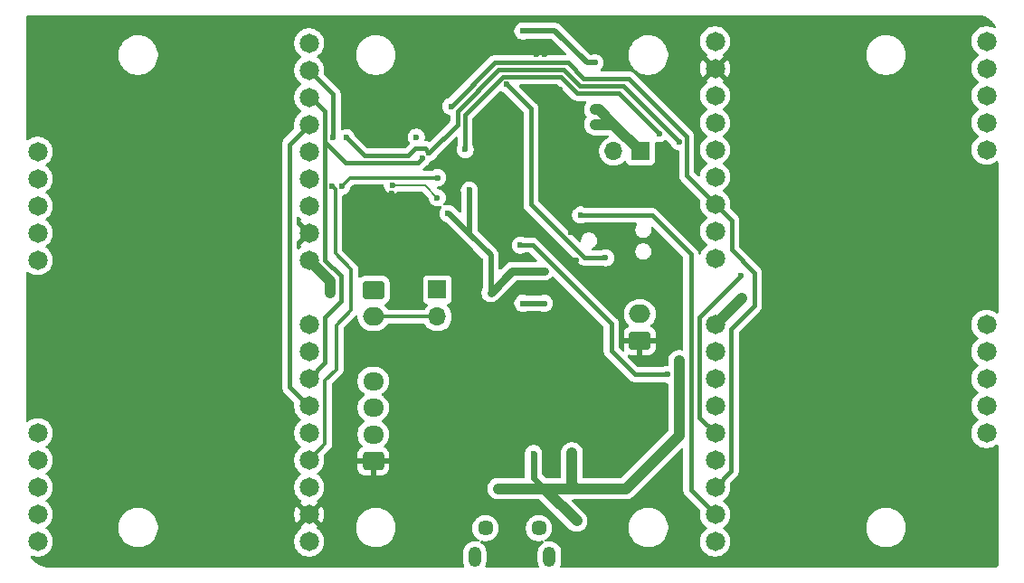
<source format=gbl>
G04 #@! TF.GenerationSoftware,KiCad,Pcbnew,9.0.0*
G04 #@! TF.CreationDate,2025-04-17T11:48:42-07:00*
G04 #@! TF.ProjectId,Telemetry_STM32_V3,54656c65-6d65-4747-9279-5f53544d3332,rev?*
G04 #@! TF.SameCoordinates,Original*
G04 #@! TF.FileFunction,Copper,L4,Bot*
G04 #@! TF.FilePolarity,Positive*
%FSLAX46Y46*%
G04 Gerber Fmt 4.6, Leading zero omitted, Abs format (unit mm)*
G04 Created by KiCad (PCBNEW 9.0.0) date 2025-04-17 11:48:42*
%MOMM*%
%LPD*%
G01*
G04 APERTURE LIST*
G04 Aperture macros list*
%AMRoundRect*
0 Rectangle with rounded corners*
0 $1 Rounding radius*
0 $2 $3 $4 $5 $6 $7 $8 $9 X,Y pos of 4 corners*
0 Add a 4 corners polygon primitive as box body*
4,1,4,$2,$3,$4,$5,$6,$7,$8,$9,$2,$3,0*
0 Add four circle primitives for the rounded corners*
1,1,$1+$1,$2,$3*
1,1,$1+$1,$4,$5*
1,1,$1+$1,$6,$7*
1,1,$1+$1,$8,$9*
0 Add four rect primitives between the rounded corners*
20,1,$1+$1,$2,$3,$4,$5,0*
20,1,$1+$1,$4,$5,$6,$7,0*
20,1,$1+$1,$6,$7,$8,$9,0*
20,1,$1+$1,$8,$9,$2,$3,0*%
G04 Aperture macros list end*
G04 #@! TA.AperFunction,ComponentPad*
%ADD10RoundRect,0.250000X0.750000X-0.600000X0.750000X0.600000X-0.750000X0.600000X-0.750000X-0.600000X0*%
G04 #@! TD*
G04 #@! TA.AperFunction,ComponentPad*
%ADD11O,2.000000X1.700000*%
G04 #@! TD*
G04 #@! TA.AperFunction,ComponentPad*
%ADD12C,1.810000*%
G04 #@! TD*
G04 #@! TA.AperFunction,ComponentPad*
%ADD13R,1.700000X1.700000*%
G04 #@! TD*
G04 #@! TA.AperFunction,ComponentPad*
%ADD14O,1.700000X1.700000*%
G04 #@! TD*
G04 #@! TA.AperFunction,ComponentPad*
%ADD15O,1.200000X1.900000*%
G04 #@! TD*
G04 #@! TA.AperFunction,ComponentPad*
%ADD16C,1.450000*%
G04 #@! TD*
G04 #@! TA.AperFunction,ComponentPad*
%ADD17RoundRect,0.250000X-0.750000X0.600000X-0.750000X-0.600000X0.750000X-0.600000X0.750000X0.600000X0*%
G04 #@! TD*
G04 #@! TA.AperFunction,ComponentPad*
%ADD18RoundRect,0.250000X0.725000X-0.600000X0.725000X0.600000X-0.725000X0.600000X-0.725000X-0.600000X0*%
G04 #@! TD*
G04 #@! TA.AperFunction,ComponentPad*
%ADD19O,1.950000X1.700000*%
G04 #@! TD*
G04 #@! TA.AperFunction,ViaPad*
%ADD20C,0.700000*%
G04 #@! TD*
G04 #@! TA.AperFunction,ViaPad*
%ADD21C,0.600000*%
G04 #@! TD*
G04 #@! TA.AperFunction,Conductor*
%ADD22C,0.200000*%
G04 #@! TD*
G04 #@! TA.AperFunction,Conductor*
%ADD23C,1.000000*%
G04 #@! TD*
G04 #@! TA.AperFunction,Conductor*
%ADD24C,0.600000*%
G04 #@! TD*
G04 #@! TA.AperFunction,Conductor*
%ADD25C,0.500000*%
G04 #@! TD*
G04 #@! TA.AperFunction,Conductor*
%ADD26C,0.750000*%
G04 #@! TD*
G04 #@! TA.AperFunction,Conductor*
%ADD27C,0.400000*%
G04 #@! TD*
G04 #@! TA.AperFunction,Conductor*
%ADD28C,0.300000*%
G04 #@! TD*
G04 APERTURE END LIST*
D10*
X161950000Y-116500000D03*
D11*
X161950000Y-114000000D03*
D12*
X131000000Y-108960000D03*
X131000000Y-106420000D03*
X131000000Y-103880000D03*
X131000000Y-101340000D03*
X131000000Y-98800000D03*
X131000000Y-96260000D03*
X131000000Y-93720000D03*
X131000000Y-91180000D03*
X131000000Y-88640000D03*
X105600000Y-108960000D03*
X105600000Y-106420000D03*
X105600000Y-103880000D03*
X105600000Y-101340000D03*
X105600000Y-98800000D03*
D13*
X143000000Y-111725000D03*
D14*
X143000000Y-114265000D03*
D12*
X169000000Y-115000000D03*
X169000000Y-117540000D03*
X169000000Y-120080000D03*
X169000000Y-122620000D03*
X169000000Y-125160000D03*
X169000000Y-127700000D03*
X169000000Y-130240000D03*
X169000000Y-132780000D03*
X169000000Y-135320000D03*
X194400000Y-115000000D03*
X194400000Y-117540000D03*
X194400000Y-120080000D03*
X194400000Y-122620000D03*
X194400000Y-125160000D03*
X169000000Y-88460000D03*
X169000000Y-91000000D03*
X169000000Y-93540000D03*
X169000000Y-96080000D03*
X169000000Y-98620000D03*
X169000000Y-101160000D03*
X169000000Y-103700000D03*
X169000000Y-106240000D03*
X169000000Y-108780000D03*
X194400000Y-88460000D03*
X194400000Y-91000000D03*
X194400000Y-93540000D03*
X194400000Y-96080000D03*
X194400000Y-98620000D03*
D15*
X146500000Y-136750000D03*
D16*
X147500000Y-134050000D03*
X152500000Y-134050000D03*
D15*
X153500000Y-136750000D03*
D17*
X137050000Y-111750000D03*
D11*
X137050000Y-114250000D03*
D13*
X162025000Y-98750000D03*
D14*
X159485000Y-98750000D03*
D18*
X137000000Y-127787500D03*
D19*
X137000000Y-125287500D03*
X137000000Y-122787500D03*
X137000000Y-120287500D03*
D12*
X131000000Y-135320000D03*
X131000000Y-132780000D03*
X131000000Y-130240000D03*
X131000000Y-127700000D03*
X131000000Y-125160000D03*
X131000000Y-122620000D03*
X131000000Y-120080000D03*
X131000000Y-117540000D03*
X131000000Y-115000000D03*
X105600000Y-135320000D03*
X105600000Y-132780000D03*
X105600000Y-130240000D03*
X105600000Y-127700000D03*
X105600000Y-125160000D03*
D20*
X157500000Y-133400000D03*
D21*
X148250000Y-100000000D03*
D20*
X160768170Y-123400000D03*
D21*
X158500000Y-89250000D03*
X139000000Y-106750000D03*
X138750000Y-102750000D03*
X143500000Y-134750000D03*
X142500000Y-118750000D03*
X149000000Y-97250000D03*
X158500000Y-87750000D03*
X157750000Y-89250000D03*
X161000000Y-108800000D03*
X149000000Y-102500000D03*
D20*
X160768170Y-122200000D03*
X157668170Y-127400000D03*
D21*
X145250000Y-125500000D03*
X148250000Y-88750000D03*
X149000000Y-100000000D03*
X142250000Y-89750000D03*
X142250000Y-89000000D03*
X165250000Y-129000000D03*
X154500000Y-93000000D03*
X165250000Y-130500000D03*
X164500000Y-129000000D03*
X147500000Y-97250000D03*
X141750000Y-118750000D03*
X139750000Y-106000000D03*
X139750000Y-106750000D03*
X146000000Y-126250000D03*
X143250000Y-118750000D03*
X165250000Y-129750000D03*
X157750000Y-87750000D03*
X147500000Y-100000000D03*
X146750000Y-125500000D03*
D20*
X158400000Y-133400000D03*
D21*
X154400000Y-97250000D03*
D20*
X158768170Y-127400000D03*
X162668170Y-123800000D03*
D21*
X148250000Y-97250000D03*
X156000000Y-109000000D03*
X143000000Y-89750000D03*
X146750000Y-126250000D03*
X145250000Y-126250000D03*
X157750000Y-88500000D03*
D20*
X163500000Y-123800000D03*
D21*
X162750000Y-102200000D03*
X148250000Y-89500000D03*
X146000000Y-125500000D03*
X152250000Y-89700000D03*
X154500000Y-93750000D03*
X143000000Y-88250000D03*
X142750000Y-134000000D03*
D20*
X159568170Y-121100000D03*
D21*
X158500000Y-88500000D03*
X143500000Y-134000000D03*
X153000000Y-89700000D03*
X143000000Y-89000000D03*
X144250000Y-134000000D03*
X138250000Y-106000000D03*
X164500000Y-129750000D03*
X144250000Y-134750000D03*
X155475000Y-106350000D03*
X139000000Y-106000000D03*
X148250000Y-102500000D03*
D20*
X156768170Y-121100000D03*
D21*
X142750000Y-134750000D03*
X162750000Y-101400000D03*
X148800000Y-113800000D03*
X147500000Y-102500000D03*
X138250000Y-106750000D03*
X142250000Y-88250000D03*
X143000000Y-103100000D03*
X138803215Y-101951769D03*
X152000000Y-127062500D03*
X148700000Y-130362500D03*
X133000000Y-112000000D03*
X165625000Y-118375000D03*
X156050000Y-133400000D03*
X171500000Y-112500000D03*
X155600000Y-127000000D03*
X148000000Y-112000000D03*
X141040000Y-97440000D03*
X151000000Y-87500000D03*
X157750000Y-96250000D03*
X157750000Y-94850000D03*
X143980000Y-104600000D03*
X153000000Y-110000000D03*
X146000000Y-102400000D03*
X157750000Y-90475000D03*
X156412500Y-104737500D03*
X151000000Y-113000000D03*
X153000000Y-113000000D03*
X134500000Y-97500000D03*
X165637500Y-97862500D03*
X142233754Y-98899999D03*
X134048345Y-102046063D03*
X143030567Y-101229137D03*
X145600000Y-98600000D03*
X171425000Y-110400000D03*
X163779239Y-97110000D03*
X133250000Y-97500000D03*
X144275000Y-94550000D03*
X141616574Y-99409011D03*
X164525000Y-119675000D03*
X150775000Y-107550000D03*
X133150000Y-102000000D03*
X149500000Y-92500000D03*
X158750000Y-108750000D03*
D22*
X143000000Y-103100000D02*
X141851769Y-101951769D01*
X141851769Y-101951769D02*
X138803215Y-101951769D01*
D23*
X133000000Y-112000000D02*
X133000000Y-110960000D01*
X137175430Y-125287500D02*
X137000000Y-125287500D01*
X165625000Y-118375000D02*
X165625000Y-125375000D01*
X155600000Y-129962500D02*
X156000000Y-130362500D01*
D24*
X152000000Y-129350000D02*
X153012500Y-130362500D01*
D23*
X148700000Y-130362500D02*
X153012500Y-130362500D01*
X131000000Y-108960000D02*
X131000000Y-108780000D01*
X165625000Y-125375000D02*
X160637500Y-130362500D01*
X133000000Y-110960000D02*
X131000000Y-108960000D01*
X160637500Y-130362500D02*
X156000000Y-130362500D01*
X156050000Y-133400000D02*
X153012500Y-130362500D01*
X155600000Y-127000000D02*
X155600000Y-129962500D01*
X156000000Y-130362500D02*
X153047425Y-130362500D01*
D24*
X152000000Y-127062500D02*
X152000000Y-129350000D01*
D23*
X171500000Y-112500000D02*
X169000000Y-115000000D01*
X159500000Y-96250000D02*
X157750000Y-96250000D01*
X162000000Y-98750000D02*
X159500000Y-96250000D01*
D25*
X157750000Y-90475000D02*
X156975000Y-90475000D01*
D26*
X150000000Y-110000000D02*
X148000000Y-112000000D01*
D23*
X162025000Y-98750000D02*
X162000000Y-98750000D01*
D25*
X143980000Y-104600000D02*
X144100000Y-104600000D01*
X146050000Y-106550000D02*
X148000000Y-108500000D01*
X146000000Y-102400000D02*
X146000000Y-106500000D01*
D23*
X158100000Y-94850000D02*
X157750000Y-94850000D01*
D25*
X146000000Y-106500000D02*
X146050000Y-106550000D01*
X148000000Y-108500000D02*
X148000000Y-112000000D01*
D23*
X159500000Y-96250000D02*
X158100000Y-94850000D01*
D25*
X154000000Y-87500000D02*
X151000000Y-87500000D01*
X144100000Y-104600000D02*
X146050000Y-106550000D01*
D26*
X153000000Y-110000000D02*
X150000000Y-110000000D01*
D25*
X156975000Y-90475000D02*
X154000000Y-87500000D01*
D27*
X163075000Y-104750000D02*
X166725000Y-108400000D01*
X156412500Y-104737500D02*
X156425000Y-104750000D01*
X166725000Y-108400000D02*
X166725000Y-130505000D01*
X156425000Y-104750000D02*
X163075000Y-104750000D01*
X166725000Y-130505000D02*
X169000000Y-132780000D01*
D25*
X153000000Y-113000000D02*
X151000000Y-113000000D01*
D27*
X142233754Y-98899999D02*
X141833755Y-98500000D01*
X136180000Y-99180000D02*
X134500000Y-97500000D01*
X140289950Y-99180000D02*
X136180000Y-99180000D01*
X131000000Y-122620000D02*
X130970000Y-122620000D01*
X144900000Y-96233753D02*
X144900000Y-94963236D01*
X160425000Y-92650000D02*
X165637500Y-97862500D01*
X129150000Y-98110000D02*
X131000000Y-96260000D01*
X129150000Y-120800000D02*
X129150000Y-98110000D01*
X130970000Y-122620000D02*
X129150000Y-120800000D01*
X156375000Y-92650000D02*
X160425000Y-92650000D01*
X140969950Y-98500000D02*
X140289950Y-99180000D01*
X142233754Y-98899999D02*
X144900000Y-96233753D01*
X154850000Y-91125000D02*
X156375000Y-92650000D01*
X141833755Y-98500000D02*
X140969950Y-98500000D01*
X148738236Y-91125000D02*
X154850000Y-91125000D01*
X144900000Y-94963236D02*
X148738236Y-91125000D01*
X131000000Y-96260000D02*
X131000000Y-96080000D01*
D28*
X134048345Y-102046063D02*
X134865271Y-101229137D01*
X134865271Y-101229137D02*
X143030567Y-101229137D01*
D27*
X163779238Y-97110000D02*
X160019238Y-93350000D01*
X156125000Y-93350000D02*
X154575000Y-91800000D01*
X145600000Y-95375000D02*
X145600000Y-98600000D01*
X163779239Y-97110000D02*
X163779238Y-97110000D01*
X149175000Y-91800000D02*
X145600000Y-95375000D01*
X167550000Y-114325000D02*
X167550000Y-123710000D01*
X160019238Y-93350000D02*
X156125000Y-93350000D01*
X171425000Y-110400000D02*
X171425000Y-110450000D01*
X171425000Y-110450000D02*
X167550000Y-114325000D01*
X154575000Y-91800000D02*
X149175000Y-91800000D01*
X167550000Y-123710000D02*
X169000000Y-125160000D01*
X133250000Y-97500000D02*
X133250000Y-93430000D01*
X133250000Y-93430000D02*
X131000000Y-91180000D01*
X133975000Y-112800000D02*
X132500000Y-114275000D01*
X166337500Y-97362500D02*
X166337500Y-101037500D01*
X172650000Y-113250000D02*
X170500000Y-115400000D01*
X160950000Y-91975000D02*
X166337500Y-97362500D01*
X132500000Y-95040000D02*
X132500000Y-97900000D01*
X131000000Y-93540000D02*
X132500000Y-95040000D01*
X166337500Y-101037500D02*
X169000000Y-103700000D01*
X170500000Y-115400000D02*
X170500000Y-128740000D01*
X156700000Y-91975000D02*
X160950000Y-91975000D01*
X132500000Y-97900000D02*
X132500000Y-108975000D01*
X169000000Y-103700000D02*
X170525000Y-105225000D01*
X132500000Y-114275000D02*
X132500000Y-118580000D01*
X148350000Y-90475000D02*
X155200000Y-90475000D01*
X133975000Y-110450000D02*
X133975000Y-112800000D01*
X170500000Y-128740000D02*
X169000000Y-130240000D01*
X132500000Y-118580000D02*
X131000000Y-120080000D01*
X172650000Y-110125000D02*
X172650000Y-113250000D01*
X141616574Y-99423425D02*
X141192716Y-99847283D01*
X155200000Y-90475000D02*
X156700000Y-91975000D01*
X134447283Y-99847283D02*
X132500000Y-97900000D01*
X170525000Y-105225000D02*
X170525000Y-108000000D01*
X141616574Y-99409011D02*
X141616574Y-99423425D01*
X132500000Y-108975000D02*
X133975000Y-110450000D01*
X170525000Y-108000000D02*
X172650000Y-110125000D01*
X141192716Y-99847283D02*
X134447283Y-99847283D01*
X144275000Y-94550000D02*
X148350000Y-90475000D01*
X159275000Y-114900000D02*
X159275000Y-117450000D01*
X161500000Y-119675000D02*
X164525000Y-119675000D01*
X151925000Y-107550000D02*
X159275000Y-114900000D01*
X150775000Y-107550000D02*
X151925000Y-107550000D01*
X159275000Y-117450000D02*
X161500000Y-119675000D01*
D28*
X133550000Y-119200000D02*
X132500000Y-120250000D01*
X132500000Y-120250000D02*
X132500000Y-126200000D01*
X133450000Y-108325000D02*
X134950000Y-109825000D01*
X134950000Y-113650000D02*
X133550000Y-115050000D01*
X133150000Y-102000000D02*
X133450000Y-102300000D01*
X133450000Y-102300000D02*
X133450000Y-108325000D01*
X132500000Y-126200000D02*
X131000000Y-127700000D01*
X133550000Y-115050000D02*
X133550000Y-119200000D01*
X134950000Y-109825000D02*
X134950000Y-113650000D01*
D27*
X149500000Y-92500000D02*
X151750000Y-94750000D01*
X156760050Y-108750000D02*
X158750000Y-108750000D01*
X151750000Y-94750000D02*
X151750000Y-103739950D01*
X151750000Y-103739950D02*
X156760050Y-108750000D01*
D28*
X143000000Y-114265000D02*
X137065000Y-114265000D01*
X137065000Y-114265000D02*
X137050000Y-114250000D01*
G04 #@! TA.AperFunction,Conductor*
G36*
X154300520Y-92520185D02*
G01*
X154321162Y-92536819D01*
X155678453Y-93894111D01*
X155678454Y-93894112D01*
X155793192Y-93970777D01*
X155920667Y-94023578D01*
X155920672Y-94023580D01*
X155920676Y-94023580D01*
X155920677Y-94023581D01*
X156056003Y-94050500D01*
X156056006Y-94050500D01*
X156056007Y-94050500D01*
X156848929Y-94050500D01*
X156915968Y-94070185D01*
X156961723Y-94122989D01*
X156971667Y-94192147D01*
X156952031Y-94243391D01*
X156863371Y-94376079D01*
X156863364Y-94376092D01*
X156787950Y-94558160D01*
X156787947Y-94558170D01*
X156749500Y-94751456D01*
X156749500Y-94751459D01*
X156749500Y-94948541D01*
X156749500Y-94948543D01*
X156749499Y-94948543D01*
X156787947Y-95141829D01*
X156787950Y-95141839D01*
X156863364Y-95323907D01*
X156863374Y-95323925D01*
X156968401Y-95481110D01*
X156989279Y-95547787D01*
X156970794Y-95615167D01*
X156968401Y-95618890D01*
X156863374Y-95776074D01*
X156863364Y-95776092D01*
X156787950Y-95958160D01*
X156787947Y-95958170D01*
X156749500Y-96151456D01*
X156749500Y-96151459D01*
X156749500Y-96348541D01*
X156749500Y-96348543D01*
X156749499Y-96348543D01*
X156787947Y-96541829D01*
X156787950Y-96541839D01*
X156863364Y-96723907D01*
X156863371Y-96723920D01*
X156972860Y-96887781D01*
X156972863Y-96887785D01*
X157112214Y-97027136D01*
X157112218Y-97027139D01*
X157276079Y-97136628D01*
X157276092Y-97136635D01*
X157458160Y-97212049D01*
X157458165Y-97212051D01*
X157458169Y-97212051D01*
X157458170Y-97212052D01*
X157651456Y-97250500D01*
X157651459Y-97250500D01*
X158946774Y-97250500D01*
X159013813Y-97270185D01*
X159059568Y-97322989D01*
X159069512Y-97392147D01*
X159040487Y-97455703D01*
X158985093Y-97492430D01*
X158966588Y-97498443D01*
X158966585Y-97498444D01*
X158777179Y-97594951D01*
X158605213Y-97719890D01*
X158454890Y-97870213D01*
X158329951Y-98042179D01*
X158233444Y-98231585D01*
X158233443Y-98231587D01*
X158233443Y-98231588D01*
X158230164Y-98241679D01*
X158167753Y-98433760D01*
X158134500Y-98643713D01*
X158134500Y-98856286D01*
X158163665Y-99040430D01*
X158167754Y-99066243D01*
X158218294Y-99221789D01*
X158233444Y-99268414D01*
X158329951Y-99457820D01*
X158454890Y-99629786D01*
X158605213Y-99780109D01*
X158777179Y-99905048D01*
X158777181Y-99905049D01*
X158777184Y-99905051D01*
X158966588Y-100001557D01*
X159168757Y-100067246D01*
X159378713Y-100100500D01*
X159378714Y-100100500D01*
X159591286Y-100100500D01*
X159591287Y-100100500D01*
X159801243Y-100067246D01*
X160003412Y-100001557D01*
X160192816Y-99905051D01*
X160305090Y-99823480D01*
X160364784Y-99780110D01*
X160364784Y-99780109D01*
X160364792Y-99780104D01*
X160478329Y-99666566D01*
X160539648Y-99633084D01*
X160609340Y-99638068D01*
X160665274Y-99679939D01*
X160682189Y-99710917D01*
X160731202Y-99842328D01*
X160731206Y-99842335D01*
X160817452Y-99957544D01*
X160817455Y-99957547D01*
X160932664Y-100043793D01*
X160932671Y-100043797D01*
X161067517Y-100094091D01*
X161067516Y-100094091D01*
X161072493Y-100094626D01*
X161127127Y-100100500D01*
X162922872Y-100100499D01*
X162982483Y-100094091D01*
X163117331Y-100043796D01*
X163232546Y-99957546D01*
X163318796Y-99842331D01*
X163369091Y-99707483D01*
X163375500Y-99647873D01*
X163375499Y-97994798D01*
X163395184Y-97927760D01*
X163447987Y-97882005D01*
X163517146Y-97872061D01*
X163539820Y-97878281D01*
X163539915Y-97877969D01*
X163545731Y-97879732D01*
X163545742Y-97879737D01*
X163700392Y-97910499D01*
X163700395Y-97910500D01*
X163700397Y-97910500D01*
X163858083Y-97910500D01*
X163858084Y-97910499D01*
X164012736Y-97879737D01*
X164141456Y-97826420D01*
X164158411Y-97819397D01*
X164158411Y-97819396D01*
X164158418Y-97819394D01*
X164289528Y-97731789D01*
X164315149Y-97706167D01*
X164376470Y-97672683D01*
X164446162Y-97677667D01*
X164490511Y-97706168D01*
X164841428Y-98057085D01*
X164868308Y-98097314D01*
X164928102Y-98241672D01*
X164928109Y-98241685D01*
X165015710Y-98372788D01*
X165015713Y-98372792D01*
X165127207Y-98484286D01*
X165127211Y-98484289D01*
X165258314Y-98571890D01*
X165258327Y-98571897D01*
X165403998Y-98632235D01*
X165404003Y-98632237D01*
X165514487Y-98654213D01*
X165537191Y-98658730D01*
X165599102Y-98691115D01*
X165633676Y-98751830D01*
X165637000Y-98780347D01*
X165637000Y-100968506D01*
X165637000Y-101106494D01*
X165637000Y-101106496D01*
X165636999Y-101106496D01*
X165663918Y-101241822D01*
X165663921Y-101241832D01*
X165716722Y-101369307D01*
X165793387Y-101484045D01*
X165793388Y-101484046D01*
X167591420Y-103282077D01*
X167624905Y-103343400D01*
X167626212Y-103389156D01*
X167594500Y-103589379D01*
X167594500Y-103810620D01*
X167629107Y-104029122D01*
X167697473Y-104239529D01*
X167762174Y-104366510D01*
X167797909Y-104436643D01*
X167927945Y-104615622D01*
X168084378Y-104772055D01*
X168218750Y-104869682D01*
X168261415Y-104925012D01*
X168267394Y-104994626D01*
X168234788Y-105056421D01*
X168218750Y-105070317D01*
X168084378Y-105167945D01*
X168084376Y-105167947D01*
X168084375Y-105167947D01*
X167927947Y-105324375D01*
X167927947Y-105324376D01*
X167927945Y-105324378D01*
X167883829Y-105385098D01*
X167797909Y-105503356D01*
X167697473Y-105700470D01*
X167629107Y-105910877D01*
X167594500Y-106129379D01*
X167594500Y-106350620D01*
X167629107Y-106569122D01*
X167697473Y-106779529D01*
X167773748Y-106929225D01*
X167797909Y-106976643D01*
X167927945Y-107155622D01*
X168084378Y-107312055D01*
X168175500Y-107378259D01*
X168218750Y-107409682D01*
X168261415Y-107465012D01*
X168267394Y-107534626D01*
X168234788Y-107596421D01*
X168218750Y-107610317D01*
X168084378Y-107707945D01*
X168084376Y-107707947D01*
X168084375Y-107707947D01*
X167927947Y-107864375D01*
X167927947Y-107864376D01*
X167927945Y-107864378D01*
X167872099Y-107941242D01*
X167797909Y-108043356D01*
X167697474Y-108240469D01*
X167664447Y-108342114D01*
X167625008Y-108399789D01*
X167560649Y-108426986D01*
X167491803Y-108415071D01*
X167440328Y-108367826D01*
X167424899Y-108327985D01*
X167413402Y-108270185D01*
X167398580Y-108195672D01*
X167345775Y-108068189D01*
X167315100Y-108022280D01*
X167269114Y-107953457D01*
X167269112Y-107953454D01*
X163521545Y-104205887D01*
X163406807Y-104129222D01*
X163279332Y-104076421D01*
X163279322Y-104076418D01*
X163143996Y-104049500D01*
X163143994Y-104049500D01*
X163143993Y-104049500D01*
X156861312Y-104049500D01*
X156797205Y-104030676D01*
X156797046Y-104030975D01*
X156795610Y-104030207D01*
X156794273Y-104029815D01*
X156792423Y-104028603D01*
X156791679Y-104028106D01*
X156791674Y-104028103D01*
X156646001Y-103967764D01*
X156645989Y-103967761D01*
X156491345Y-103937000D01*
X156491342Y-103937000D01*
X156333658Y-103937000D01*
X156333655Y-103937000D01*
X156179010Y-103967761D01*
X156178998Y-103967764D01*
X156033327Y-104028102D01*
X156033314Y-104028109D01*
X155902211Y-104115710D01*
X155902207Y-104115713D01*
X155790713Y-104227207D01*
X155790710Y-104227211D01*
X155703109Y-104358314D01*
X155703102Y-104358327D01*
X155642764Y-104503998D01*
X155642761Y-104504010D01*
X155612000Y-104658653D01*
X155612000Y-104816346D01*
X155642761Y-104970989D01*
X155642764Y-104971001D01*
X155703102Y-105116672D01*
X155703109Y-105116685D01*
X155790710Y-105247788D01*
X155790713Y-105247792D01*
X155902207Y-105359286D01*
X155902211Y-105359289D01*
X156033314Y-105446890D01*
X156033327Y-105446897D01*
X156178998Y-105507235D01*
X156179003Y-105507237D01*
X156333653Y-105537999D01*
X156333656Y-105538000D01*
X156333658Y-105538000D01*
X156491344Y-105538000D01*
X156491345Y-105537999D01*
X156645997Y-105507237D01*
X156735449Y-105470185D01*
X156760186Y-105459939D01*
X156807638Y-105450500D01*
X161587723Y-105450500D01*
X161654762Y-105470185D01*
X161700517Y-105522989D01*
X161710461Y-105592147D01*
X161690825Y-105643391D01*
X161609083Y-105765724D01*
X161609078Y-105765733D01*
X161552861Y-105901455D01*
X161552858Y-105901465D01*
X161524200Y-106045540D01*
X161524200Y-106192459D01*
X161552858Y-106336534D01*
X161552861Y-106336544D01*
X161609078Y-106472266D01*
X161609083Y-106472275D01*
X161690698Y-106594419D01*
X161690701Y-106594423D01*
X161794576Y-106698298D01*
X161794580Y-106698301D01*
X161916724Y-106779916D01*
X161916730Y-106779919D01*
X161916731Y-106779920D01*
X162052458Y-106836140D01*
X162196540Y-106864799D01*
X162196544Y-106864800D01*
X162196545Y-106864800D01*
X162343456Y-106864800D01*
X162343457Y-106864799D01*
X162487542Y-106836140D01*
X162623269Y-106779920D01*
X162745420Y-106698301D01*
X162849301Y-106594420D01*
X162930920Y-106472269D01*
X162987140Y-106336542D01*
X163015800Y-106192455D01*
X163015800Y-106045545D01*
X163005144Y-105991971D01*
X163011371Y-105922380D01*
X163054234Y-105867202D01*
X163120124Y-105843958D01*
X163188121Y-105860026D01*
X163214442Y-105880099D01*
X165988181Y-108653838D01*
X166021666Y-108715161D01*
X166024500Y-108741519D01*
X166024500Y-117283270D01*
X166004815Y-117350309D01*
X165952011Y-117396064D01*
X165882853Y-117406008D01*
X165876309Y-117404887D01*
X165723544Y-117374500D01*
X165723541Y-117374500D01*
X165526459Y-117374500D01*
X165526457Y-117374500D01*
X165333170Y-117412947D01*
X165333160Y-117412950D01*
X165151092Y-117488364D01*
X165151079Y-117488371D01*
X164987218Y-117597860D01*
X164987214Y-117597863D01*
X164847863Y-117737214D01*
X164847860Y-117737218D01*
X164738371Y-117901079D01*
X164738364Y-117901092D01*
X164662950Y-118083160D01*
X164662947Y-118083170D01*
X164624500Y-118276456D01*
X164624500Y-118750500D01*
X164604815Y-118817539D01*
X164552011Y-118863294D01*
X164500500Y-118874500D01*
X164446155Y-118874500D01*
X164291510Y-118905261D01*
X164291498Y-118905264D01*
X164147136Y-118965061D01*
X164099684Y-118974500D01*
X161841519Y-118974500D01*
X161774480Y-118954815D01*
X161753838Y-118938181D01*
X160830779Y-118015122D01*
X160797294Y-117953799D01*
X160802278Y-117884107D01*
X160844150Y-117828174D01*
X160909614Y-117803757D01*
X160957465Y-117809735D01*
X161047305Y-117839505D01*
X161047309Y-117839506D01*
X161150019Y-117849999D01*
X161699999Y-117849999D01*
X161700000Y-117849998D01*
X161700000Y-116933012D01*
X161757007Y-116965925D01*
X161884174Y-117000000D01*
X162015826Y-117000000D01*
X162142993Y-116965925D01*
X162200000Y-116933012D01*
X162200000Y-117849999D01*
X162749972Y-117849999D01*
X162749986Y-117849998D01*
X162852697Y-117839505D01*
X163019119Y-117784358D01*
X163019124Y-117784356D01*
X163168345Y-117692315D01*
X163292315Y-117568345D01*
X163384356Y-117419124D01*
X163384358Y-117419119D01*
X163439505Y-117252697D01*
X163439506Y-117252690D01*
X163449999Y-117149986D01*
X163450000Y-117149973D01*
X163450000Y-116750000D01*
X162383012Y-116750000D01*
X162415925Y-116692993D01*
X162450000Y-116565826D01*
X162450000Y-116434174D01*
X162415925Y-116307007D01*
X162383012Y-116250000D01*
X163449999Y-116250000D01*
X163449999Y-115850028D01*
X163449998Y-115850013D01*
X163439505Y-115747302D01*
X163384358Y-115580880D01*
X163384356Y-115580875D01*
X163292315Y-115431654D01*
X163168345Y-115307684D01*
X163013515Y-115212184D01*
X162966791Y-115160236D01*
X162955568Y-115091273D01*
X162983412Y-115027191D01*
X162990909Y-115018986D01*
X163130104Y-114879792D01*
X163255051Y-114707816D01*
X163351557Y-114518412D01*
X163417246Y-114316243D01*
X163450500Y-114106287D01*
X163450500Y-113893713D01*
X163417246Y-113683757D01*
X163351557Y-113481588D01*
X163255051Y-113292184D01*
X163255049Y-113292181D01*
X163255048Y-113292179D01*
X163130109Y-113120213D01*
X162979786Y-112969890D01*
X162807820Y-112844951D01*
X162618414Y-112748444D01*
X162618413Y-112748443D01*
X162618412Y-112748443D01*
X162416243Y-112682754D01*
X162416241Y-112682753D01*
X162416240Y-112682753D01*
X162254957Y-112657208D01*
X162206287Y-112649500D01*
X161693713Y-112649500D01*
X161645042Y-112657208D01*
X161483760Y-112682753D01*
X161281585Y-112748444D01*
X161092179Y-112844951D01*
X160920213Y-112969890D01*
X160769890Y-113120213D01*
X160644951Y-113292179D01*
X160548444Y-113481585D01*
X160482753Y-113683760D01*
X160449500Y-113893713D01*
X160449500Y-114106286D01*
X160474377Y-114263357D01*
X160482754Y-114316243D01*
X160529616Y-114460470D01*
X160548444Y-114518414D01*
X160644951Y-114707820D01*
X160769890Y-114879786D01*
X160909068Y-115018964D01*
X160942553Y-115080287D01*
X160937569Y-115149979D01*
X160895697Y-115205912D01*
X160886484Y-115212183D01*
X160731659Y-115307680D01*
X160731655Y-115307683D01*
X160607684Y-115431654D01*
X160515643Y-115580875D01*
X160515641Y-115580880D01*
X160460494Y-115747302D01*
X160460493Y-115747309D01*
X160450000Y-115850013D01*
X160450000Y-116250000D01*
X161516988Y-116250000D01*
X161484075Y-116307007D01*
X161450000Y-116434174D01*
X161450000Y-116565826D01*
X161484075Y-116692993D01*
X161516988Y-116750000D01*
X160450001Y-116750000D01*
X160450001Y-117149986D01*
X160460494Y-117252697D01*
X160490263Y-117342534D01*
X160492665Y-117412363D01*
X160456933Y-117472404D01*
X160394413Y-117503597D01*
X160324953Y-117496036D01*
X160284876Y-117469219D01*
X160011819Y-117196162D01*
X159978334Y-117134839D01*
X159975500Y-117108481D01*
X159975500Y-114831004D01*
X159948581Y-114695677D01*
X159948580Y-114695676D01*
X159948580Y-114695672D01*
X159895775Y-114568189D01*
X159889052Y-114558127D01*
X159862517Y-114518414D01*
X159819114Y-114453456D01*
X152371545Y-107005887D01*
X152256807Y-106929222D01*
X152129332Y-106876421D01*
X152129322Y-106876418D01*
X151993996Y-106849500D01*
X151993994Y-106849500D01*
X151993993Y-106849500D01*
X151200316Y-106849500D01*
X151152864Y-106840061D01*
X151008501Y-106780264D01*
X151008489Y-106780261D01*
X150853845Y-106749500D01*
X150853842Y-106749500D01*
X150696158Y-106749500D01*
X150696155Y-106749500D01*
X150541510Y-106780261D01*
X150541498Y-106780264D01*
X150395827Y-106840602D01*
X150395814Y-106840609D01*
X150264711Y-106928210D01*
X150264707Y-106928213D01*
X150153213Y-107039707D01*
X150153210Y-107039711D01*
X150065609Y-107170814D01*
X150065602Y-107170827D01*
X150005264Y-107316498D01*
X150005261Y-107316510D01*
X149974500Y-107471153D01*
X149974500Y-107628846D01*
X150005261Y-107783489D01*
X150005264Y-107783501D01*
X150065602Y-107929172D01*
X150065609Y-107929185D01*
X150153210Y-108060288D01*
X150153213Y-108060292D01*
X150264707Y-108171786D01*
X150264711Y-108171789D01*
X150395814Y-108259390D01*
X150395827Y-108259397D01*
X150462031Y-108286819D01*
X150541503Y-108319737D01*
X150696153Y-108350499D01*
X150696156Y-108350500D01*
X150696158Y-108350500D01*
X150853844Y-108350500D01*
X150853845Y-108350499D01*
X151008497Y-108319737D01*
X151101819Y-108281082D01*
X151152864Y-108259939D01*
X151200316Y-108250500D01*
X151583481Y-108250500D01*
X151650520Y-108270185D01*
X151671162Y-108286819D01*
X152297162Y-108912819D01*
X152330647Y-108974142D01*
X152325663Y-109043834D01*
X152283791Y-109099767D01*
X152218327Y-109124184D01*
X152209481Y-109124500D01*
X149913768Y-109124500D01*
X149744633Y-109158143D01*
X149744621Y-109158146D01*
X149585301Y-109224138D01*
X149585288Y-109224145D01*
X149441901Y-109319954D01*
X149441897Y-109319957D01*
X148962181Y-109799674D01*
X148900858Y-109833159D01*
X148831166Y-109828175D01*
X148775233Y-109786303D01*
X148750816Y-109720839D01*
X148750500Y-109711993D01*
X148750500Y-108426079D01*
X148721659Y-108281092D01*
X148721658Y-108281091D01*
X148721658Y-108281087D01*
X148712674Y-108259397D01*
X148665087Y-108144511D01*
X148665080Y-108144498D01*
X148582952Y-108021585D01*
X148538378Y-107977011D01*
X148478416Y-107917049D01*
X147705498Y-107144131D01*
X146786819Y-106225451D01*
X146753334Y-106164128D01*
X146750500Y-106137770D01*
X146750500Y-102704604D01*
X146759939Y-102657151D01*
X146760835Y-102654988D01*
X146769737Y-102633497D01*
X146800500Y-102478842D01*
X146800500Y-102321158D01*
X146800500Y-102321155D01*
X146800499Y-102321153D01*
X146792226Y-102279563D01*
X146769737Y-102166503D01*
X146762483Y-102148991D01*
X146709397Y-102020827D01*
X146709390Y-102020814D01*
X146621789Y-101889711D01*
X146621786Y-101889707D01*
X146510292Y-101778213D01*
X146510288Y-101778210D01*
X146379185Y-101690609D01*
X146379172Y-101690602D01*
X146233501Y-101630264D01*
X146233489Y-101630261D01*
X146078845Y-101599500D01*
X146078842Y-101599500D01*
X145921158Y-101599500D01*
X145921155Y-101599500D01*
X145766510Y-101630261D01*
X145766498Y-101630264D01*
X145620827Y-101690602D01*
X145620814Y-101690609D01*
X145489711Y-101778210D01*
X145489707Y-101778213D01*
X145378213Y-101889707D01*
X145378210Y-101889711D01*
X145290609Y-102020814D01*
X145290602Y-102020827D01*
X145230264Y-102166498D01*
X145230261Y-102166510D01*
X145199500Y-102321153D01*
X145199500Y-102478846D01*
X145230261Y-102633489D01*
X145230263Y-102633497D01*
X145240061Y-102657151D01*
X145249500Y-102704604D01*
X145249500Y-104388770D01*
X145229815Y-104455809D01*
X145177011Y-104501564D01*
X145107853Y-104511508D01*
X145044297Y-104482483D01*
X145037819Y-104476451D01*
X144578417Y-104017049D01*
X144510179Y-103971454D01*
X144510174Y-103971451D01*
X144504654Y-103967763D01*
X144455495Y-103934916D01*
X144382724Y-103904773D01*
X144377814Y-103902204D01*
X144376254Y-103900698D01*
X144366412Y-103895438D01*
X144359187Y-103890611D01*
X144359183Y-103890609D01*
X144359179Y-103890606D01*
X144359175Y-103890604D01*
X144359171Y-103890602D01*
X144213501Y-103830264D01*
X144213489Y-103830261D01*
X144058845Y-103799500D01*
X144058842Y-103799500D01*
X143901158Y-103799500D01*
X143901155Y-103799500D01*
X143746510Y-103830261D01*
X143746495Y-103830265D01*
X143734016Y-103835434D01*
X143664547Y-103842900D01*
X143602069Y-103811622D01*
X143566419Y-103751531D01*
X143568916Y-103681706D01*
X143598887Y-103633190D01*
X143621789Y-103610289D01*
X143709394Y-103479179D01*
X143769737Y-103333497D01*
X143800500Y-103178842D01*
X143800500Y-103021158D01*
X143800500Y-103021155D01*
X143800499Y-103021153D01*
X143789205Y-102964375D01*
X143769737Y-102866503D01*
X143759108Y-102840841D01*
X143709397Y-102720827D01*
X143709390Y-102720814D01*
X143621789Y-102589711D01*
X143621786Y-102589707D01*
X143510292Y-102478213D01*
X143510288Y-102478210D01*
X143379185Y-102390609D01*
X143379172Y-102390602D01*
X143233501Y-102330264D01*
X143233491Y-102330261D01*
X143078149Y-102299361D01*
X143061392Y-102290595D01*
X143042914Y-102286576D01*
X143017877Y-102267833D01*
X143016238Y-102266976D01*
X143014660Y-102265425D01*
X142990553Y-102241318D01*
X142957068Y-102179995D01*
X142962052Y-102110303D01*
X143003924Y-102054370D01*
X143069388Y-102029953D01*
X143078234Y-102029637D01*
X143109411Y-102029637D01*
X143109412Y-102029636D01*
X143264064Y-101998874D01*
X143409746Y-101938531D01*
X143540856Y-101850926D01*
X143652356Y-101739426D01*
X143739961Y-101608316D01*
X143800304Y-101462634D01*
X143831067Y-101307979D01*
X143831067Y-101150295D01*
X143831067Y-101150292D01*
X143831066Y-101150290D01*
X143819435Y-101091818D01*
X143800304Y-100995640D01*
X143789065Y-100968506D01*
X143739964Y-100849964D01*
X143739957Y-100849951D01*
X143652356Y-100718848D01*
X143652353Y-100718844D01*
X143540859Y-100607350D01*
X143540855Y-100607347D01*
X143409752Y-100519746D01*
X143409739Y-100519739D01*
X143264068Y-100459401D01*
X143264056Y-100459398D01*
X143109412Y-100428637D01*
X143109409Y-100428637D01*
X142951725Y-100428637D01*
X142951722Y-100428637D01*
X142797077Y-100459398D01*
X142797065Y-100459401D01*
X142651394Y-100519739D01*
X142651387Y-100519743D01*
X142634584Y-100530971D01*
X142594522Y-100557739D01*
X142527846Y-100578617D01*
X142525632Y-100578637D01*
X141751382Y-100578637D01*
X141730136Y-100572398D01*
X141708049Y-100570819D01*
X141697265Y-100562746D01*
X141684343Y-100558952D01*
X141669844Y-100542220D01*
X141652115Y-100528948D01*
X141647407Y-100516325D01*
X141638588Y-100506148D01*
X141635436Y-100484232D01*
X141627698Y-100463484D01*
X141630560Y-100450322D01*
X141628644Y-100436990D01*
X141637842Y-100416848D01*
X141642549Y-100395211D01*
X141655820Y-100377482D01*
X141657669Y-100373434D01*
X141663700Y-100366956D01*
X141704662Y-100325994D01*
X141835767Y-100194887D01*
X141875994Y-100168010D01*
X141995753Y-100118405D01*
X142126863Y-100030800D01*
X142238363Y-99919300D01*
X142325968Y-99788190D01*
X142341388Y-99750959D01*
X142385226Y-99696558D01*
X142431755Y-99676796D01*
X142467251Y-99669736D01*
X142612933Y-99609393D01*
X142744043Y-99521788D01*
X142855543Y-99410288D01*
X142943148Y-99279178D01*
X142943149Y-99279175D01*
X142943151Y-99279172D01*
X142992708Y-99159529D01*
X143002946Y-99134809D01*
X143029823Y-99094585D01*
X144687820Y-97436588D01*
X144749142Y-97403105D01*
X144818834Y-97408089D01*
X144874767Y-97449961D01*
X144899184Y-97515425D01*
X144899500Y-97524271D01*
X144899500Y-98174684D01*
X144890061Y-98222136D01*
X144830264Y-98366498D01*
X144830261Y-98366510D01*
X144799500Y-98521153D01*
X144799500Y-98678846D01*
X144830261Y-98833489D01*
X144830264Y-98833501D01*
X144890602Y-98979172D01*
X144890609Y-98979185D01*
X144978210Y-99110288D01*
X144978213Y-99110292D01*
X145089707Y-99221786D01*
X145089711Y-99221789D01*
X145220814Y-99309390D01*
X145220827Y-99309397D01*
X145334891Y-99356643D01*
X145366503Y-99369737D01*
X145521153Y-99400499D01*
X145521156Y-99400500D01*
X145521158Y-99400500D01*
X145678844Y-99400500D01*
X145678845Y-99400499D01*
X145833497Y-99369737D01*
X145979179Y-99309394D01*
X146110289Y-99221789D01*
X146221789Y-99110289D01*
X146309394Y-98979179D01*
X146369737Y-98833497D01*
X146400500Y-98678842D01*
X146400500Y-98521158D01*
X146400500Y-98521155D01*
X146400499Y-98521153D01*
X146391650Y-98476666D01*
X146369737Y-98366503D01*
X146367895Y-98362055D01*
X146309939Y-98222136D01*
X146300500Y-98174684D01*
X146300500Y-95716518D01*
X146320185Y-95649479D01*
X146336819Y-95628837D01*
X147547809Y-94417847D01*
X148830327Y-93135328D01*
X148891648Y-93101845D01*
X148961340Y-93106829D01*
X148986897Y-93119909D01*
X149120814Y-93209390D01*
X149120827Y-93209397D01*
X149265185Y-93269191D01*
X149305414Y-93296071D01*
X151013181Y-95003838D01*
X151046666Y-95065161D01*
X151049500Y-95091519D01*
X151049500Y-103670956D01*
X151049500Y-103808944D01*
X151049500Y-103808946D01*
X151049499Y-103808946D01*
X151076418Y-103944272D01*
X151076421Y-103944282D01*
X151129222Y-104071757D01*
X151205887Y-104186495D01*
X156313504Y-109294112D01*
X156428242Y-109370777D01*
X156555717Y-109423578D01*
X156555722Y-109423580D01*
X156555726Y-109423580D01*
X156555727Y-109423581D01*
X156691053Y-109450500D01*
X156691056Y-109450500D01*
X156691057Y-109450500D01*
X158324684Y-109450500D01*
X158372136Y-109459939D01*
X158516498Y-109519735D01*
X158516503Y-109519737D01*
X158671153Y-109550499D01*
X158671156Y-109550500D01*
X158671158Y-109550500D01*
X158828844Y-109550500D01*
X158828845Y-109550499D01*
X158983497Y-109519737D01*
X159129179Y-109459394D01*
X159260289Y-109371789D01*
X159371789Y-109260289D01*
X159459394Y-109129179D01*
X159519737Y-108983497D01*
X159550500Y-108828842D01*
X159550500Y-108671158D01*
X159550500Y-108671155D01*
X159550499Y-108671153D01*
X159542488Y-108630878D01*
X159519737Y-108516503D01*
X159514668Y-108504266D01*
X159459397Y-108370827D01*
X159459390Y-108370814D01*
X159371789Y-108239711D01*
X159371786Y-108239707D01*
X159260292Y-108128213D01*
X159260288Y-108128210D01*
X159184456Y-108077540D01*
X161524200Y-108077540D01*
X161524200Y-108224459D01*
X161552858Y-108368534D01*
X161552860Y-108368542D01*
X161563244Y-108393611D01*
X161609078Y-108504266D01*
X161609083Y-108504275D01*
X161690698Y-108626419D01*
X161690701Y-108626423D01*
X161794576Y-108730298D01*
X161794580Y-108730301D01*
X161916724Y-108811916D01*
X161916730Y-108811919D01*
X161916731Y-108811920D01*
X162052458Y-108868140D01*
X162196540Y-108896799D01*
X162196544Y-108896800D01*
X162196545Y-108896800D01*
X162343456Y-108896800D01*
X162343457Y-108896799D01*
X162487542Y-108868140D01*
X162623269Y-108811920D01*
X162745420Y-108730301D01*
X162849301Y-108626420D01*
X162930920Y-108504269D01*
X162987140Y-108368542D01*
X163015800Y-108224455D01*
X163015800Y-108077545D01*
X162987140Y-107933458D01*
X162936391Y-107810939D01*
X162930921Y-107797733D01*
X162930916Y-107797724D01*
X162849301Y-107675580D01*
X162849298Y-107675576D01*
X162745423Y-107571701D01*
X162745419Y-107571698D01*
X162623275Y-107490083D01*
X162623266Y-107490078D01*
X162487544Y-107433861D01*
X162487545Y-107433861D01*
X162487542Y-107433860D01*
X162487538Y-107433859D01*
X162487534Y-107433858D01*
X162343459Y-107405200D01*
X162343455Y-107405200D01*
X162196545Y-107405200D01*
X162196540Y-107405200D01*
X162052465Y-107433858D01*
X162052455Y-107433861D01*
X161916733Y-107490078D01*
X161916724Y-107490083D01*
X161794580Y-107571698D01*
X161794576Y-107571701D01*
X161690701Y-107675576D01*
X161690698Y-107675580D01*
X161609083Y-107797724D01*
X161609078Y-107797733D01*
X161552861Y-107933455D01*
X161552858Y-107933465D01*
X161524200Y-108077540D01*
X159184456Y-108077540D01*
X159129185Y-108040609D01*
X159129172Y-108040602D01*
X158983501Y-107980264D01*
X158983489Y-107980261D01*
X158828845Y-107949500D01*
X158828842Y-107949500D01*
X158671158Y-107949500D01*
X158671155Y-107949500D01*
X158516510Y-107980261D01*
X158516498Y-107980264D01*
X158372136Y-108040061D01*
X158324684Y-108049500D01*
X157554463Y-108049500D01*
X157487424Y-108029815D01*
X157441669Y-107977011D01*
X157431725Y-107907853D01*
X157460750Y-107844297D01*
X157507011Y-107810939D01*
X157543262Y-107795923D01*
X157543262Y-107795922D01*
X157543269Y-107795920D01*
X157665420Y-107714301D01*
X157769301Y-107610420D01*
X157850920Y-107488269D01*
X157907140Y-107352542D01*
X157935800Y-107208455D01*
X157935800Y-107061545D01*
X157907140Y-106917458D01*
X157850920Y-106781731D01*
X157850919Y-106781730D01*
X157850916Y-106781724D01*
X157769301Y-106659580D01*
X157769298Y-106659576D01*
X157665423Y-106555701D01*
X157665419Y-106555698D01*
X157543275Y-106474083D01*
X157543266Y-106474078D01*
X157407544Y-106417861D01*
X157407545Y-106417861D01*
X157407542Y-106417860D01*
X157407538Y-106417859D01*
X157407534Y-106417858D01*
X157263459Y-106389200D01*
X157263455Y-106389200D01*
X157116545Y-106389200D01*
X157116540Y-106389200D01*
X156972465Y-106417858D01*
X156972455Y-106417861D01*
X156836733Y-106474078D01*
X156836724Y-106474083D01*
X156714580Y-106555698D01*
X156714576Y-106555701D01*
X156610701Y-106659576D01*
X156610698Y-106659580D01*
X156529083Y-106781724D01*
X156529078Y-106781733D01*
X156472861Y-106917455D01*
X156472858Y-106917465D01*
X156444200Y-107061540D01*
X156444200Y-107144131D01*
X156424515Y-107211170D01*
X156371711Y-107256925D01*
X156302553Y-107266869D01*
X156238997Y-107237844D01*
X156232519Y-107231812D01*
X152486819Y-103486112D01*
X152453334Y-103424789D01*
X152450500Y-103398431D01*
X152450500Y-94681004D01*
X152423581Y-94545677D01*
X152423580Y-94545676D01*
X152423580Y-94545672D01*
X152423578Y-94545667D01*
X152370778Y-94418195D01*
X152370774Y-94418188D01*
X152370546Y-94417847D01*
X152336184Y-94366420D01*
X152294114Y-94303457D01*
X152294112Y-94303454D01*
X152294109Y-94303451D01*
X150702838Y-92712181D01*
X150669353Y-92650858D01*
X150674337Y-92581166D01*
X150716209Y-92525233D01*
X150781673Y-92500816D01*
X150790519Y-92500500D01*
X154233481Y-92500500D01*
X154300520Y-92520185D01*
G37*
G04 #@! TD.AperFunction*
G04 #@! TA.AperFunction,Conductor*
G36*
X130557370Y-106603343D02*
G01*
X130619905Y-106711657D01*
X130708343Y-106800095D01*
X130816657Y-106862630D01*
X130891001Y-106882550D01*
X130198905Y-107574646D01*
X130219175Y-107589373D01*
X130235272Y-107610248D01*
X130254195Y-107628598D01*
X130256270Y-107637480D01*
X130261840Y-107644703D01*
X130264095Y-107670965D01*
X130270094Y-107696634D01*
X130267038Y-107705227D01*
X130267819Y-107714317D01*
X130255516Y-107737631D01*
X130246687Y-107762466D01*
X130237627Y-107771535D01*
X130235213Y-107776112D01*
X130222117Y-107787804D01*
X130220656Y-107788932D01*
X130084378Y-107887945D01*
X130056584Y-107915738D01*
X130050328Y-107920574D01*
X130024855Y-107930523D01*
X130000858Y-107943627D01*
X129992785Y-107943049D01*
X129985247Y-107945994D01*
X129958444Y-107940593D01*
X129931166Y-107938643D01*
X129924686Y-107933792D01*
X129916754Y-107932194D01*
X129897123Y-107913158D01*
X129875233Y-107896771D01*
X129872405Y-107889188D01*
X129866594Y-107883554D01*
X129860371Y-107856925D01*
X129850816Y-107831307D01*
X129850500Y-107822461D01*
X129850500Y-107267308D01*
X129870185Y-107200269D01*
X129886819Y-107179627D01*
X130537449Y-106528996D01*
X130557370Y-106603343D01*
G37*
G04 #@! TD.AperFunction*
G04 #@! TA.AperFunction,Conductor*
G36*
X130005256Y-104900787D02*
G01*
X130019615Y-104902037D01*
X130050328Y-104919426D01*
X130056584Y-104924261D01*
X130084378Y-104952055D01*
X130220678Y-105051082D01*
X130222117Y-105052195D01*
X130241589Y-105079058D01*
X130261840Y-105105320D01*
X130262003Y-105107221D01*
X130263123Y-105108766D01*
X130264981Y-105141891D01*
X130267819Y-105174933D01*
X130266929Y-105176619D01*
X130267036Y-105178526D01*
X130250682Y-105207410D01*
X130235213Y-105236728D01*
X130233552Y-105237665D01*
X130232612Y-105239327D01*
X130219174Y-105250626D01*
X130198906Y-105265351D01*
X130198906Y-105265352D01*
X130891003Y-105957449D01*
X130816657Y-105977370D01*
X130708343Y-106039905D01*
X130619905Y-106128343D01*
X130557370Y-106236657D01*
X130537449Y-106311003D01*
X129886819Y-105660373D01*
X129853334Y-105599050D01*
X129850500Y-105572692D01*
X129850500Y-105017539D01*
X129854560Y-105003711D01*
X129853753Y-104989321D01*
X129864208Y-104970854D01*
X129870185Y-104950500D01*
X129881075Y-104941063D01*
X129888177Y-104928520D01*
X129906955Y-104918637D01*
X129922989Y-104904745D01*
X129937253Y-104902693D01*
X129950008Y-104895982D01*
X129971145Y-104897820D01*
X129992147Y-104894801D01*
X130005256Y-104900787D01*
G37*
G04 #@! TD.AperFunction*
G04 #@! TA.AperFunction,Conductor*
G36*
X193504043Y-86000765D02*
G01*
X193752895Y-86017075D01*
X193768953Y-86019190D01*
X193976105Y-86060395D01*
X194009535Y-86067045D01*
X194025202Y-86071243D01*
X194194947Y-86128863D01*
X194257481Y-86150091D01*
X194272458Y-86156294D01*
X194442927Y-86240360D01*
X194492460Y-86264787D01*
X194506508Y-86272897D01*
X194710464Y-86409177D01*
X194723328Y-86419048D01*
X194907749Y-86580781D01*
X194919218Y-86592250D01*
X195080951Y-86776671D01*
X195090825Y-86789539D01*
X195227102Y-86993492D01*
X195235212Y-87007539D01*
X195268089Y-87074206D01*
X195280086Y-87143038D01*
X195252964Y-87207429D01*
X195195336Y-87246935D01*
X195125497Y-87249014D01*
X195100582Y-87239535D01*
X194939529Y-87157473D01*
X194729122Y-87089107D01*
X194510620Y-87054500D01*
X194510615Y-87054500D01*
X194289385Y-87054500D01*
X194289380Y-87054500D01*
X194070877Y-87089107D01*
X193860470Y-87157473D01*
X193663356Y-87257909D01*
X193561242Y-87332099D01*
X193484378Y-87387945D01*
X193484376Y-87387947D01*
X193484375Y-87387947D01*
X193327947Y-87544375D01*
X193327947Y-87544376D01*
X193327945Y-87544378D01*
X193302903Y-87578846D01*
X193197909Y-87723356D01*
X193097473Y-87920470D01*
X193029107Y-88130877D01*
X192994500Y-88349379D01*
X192994500Y-88570620D01*
X193029107Y-88789122D01*
X193097473Y-88999529D01*
X193176128Y-89153895D01*
X193197909Y-89196643D01*
X193327945Y-89375622D01*
X193484378Y-89532055D01*
X193617415Y-89628712D01*
X193618750Y-89629682D01*
X193661415Y-89685012D01*
X193667394Y-89754626D01*
X193634788Y-89816421D01*
X193618750Y-89830317D01*
X193484378Y-89927945D01*
X193484376Y-89927947D01*
X193484375Y-89927947D01*
X193327947Y-90084375D01*
X193327947Y-90084376D01*
X193327945Y-90084378D01*
X193319627Y-90095827D01*
X193197909Y-90263356D01*
X193097473Y-90460470D01*
X193029107Y-90670877D01*
X192994500Y-90889379D01*
X192994500Y-91110620D01*
X193029107Y-91329122D01*
X193097473Y-91539529D01*
X193128540Y-91600500D01*
X193197909Y-91736643D01*
X193327945Y-91915622D01*
X193484378Y-92072055D01*
X193598055Y-92154646D01*
X193618750Y-92169682D01*
X193661415Y-92225012D01*
X193667394Y-92294626D01*
X193634788Y-92356421D01*
X193618750Y-92370317D01*
X193484378Y-92467945D01*
X193484376Y-92467947D01*
X193484375Y-92467947D01*
X193327947Y-92624375D01*
X193327947Y-92624376D01*
X193327945Y-92624378D01*
X193310823Y-92647945D01*
X193197909Y-92803356D01*
X193097473Y-93000470D01*
X193029107Y-93210877D01*
X192994500Y-93429379D01*
X192994500Y-93650620D01*
X193029107Y-93869122D01*
X193097473Y-94079529D01*
X193165084Y-94212221D01*
X193197909Y-94276643D01*
X193327945Y-94455622D01*
X193484378Y-94612055D01*
X193618750Y-94709682D01*
X193661415Y-94765012D01*
X193667394Y-94834626D01*
X193634788Y-94896421D01*
X193618750Y-94910317D01*
X193484378Y-95007945D01*
X193484376Y-95007947D01*
X193484375Y-95007947D01*
X193327947Y-95164375D01*
X193327947Y-95164376D01*
X193327945Y-95164378D01*
X193322563Y-95171786D01*
X193197909Y-95343356D01*
X193097473Y-95540470D01*
X193029107Y-95750877D01*
X192994500Y-95969379D01*
X192994500Y-96190620D01*
X193029107Y-96409122D01*
X193097473Y-96619529D01*
X193184403Y-96790137D01*
X193197909Y-96816643D01*
X193327945Y-96995622D01*
X193484378Y-97152055D01*
X193617957Y-97249106D01*
X193618750Y-97249682D01*
X193661415Y-97305012D01*
X193667394Y-97374626D01*
X193634788Y-97436421D01*
X193618750Y-97450317D01*
X193484378Y-97547945D01*
X193484376Y-97547947D01*
X193484375Y-97547947D01*
X193327947Y-97704375D01*
X193327947Y-97704376D01*
X193327945Y-97704378D01*
X193310823Y-97727945D01*
X193197909Y-97883356D01*
X193097473Y-98080470D01*
X193029107Y-98290877D01*
X192994500Y-98509379D01*
X192994500Y-98730620D01*
X193029107Y-98949122D01*
X193097473Y-99159529D01*
X193173832Y-99309390D01*
X193197909Y-99356643D01*
X193327945Y-99535622D01*
X193484378Y-99692055D01*
X193663357Y-99822091D01*
X193708342Y-99845012D01*
X193860470Y-99922526D01*
X193860472Y-99922526D01*
X193860475Y-99922528D01*
X193964790Y-99956422D01*
X194070877Y-99990892D01*
X194289380Y-100025500D01*
X194289385Y-100025500D01*
X194510620Y-100025500D01*
X194729122Y-99990892D01*
X194773659Y-99976421D01*
X194939525Y-99922528D01*
X195136643Y-99822091D01*
X195302616Y-99701504D01*
X195368421Y-99678025D01*
X195436474Y-99693850D01*
X195485169Y-99743956D01*
X195499500Y-99801823D01*
X195499500Y-113818176D01*
X195479815Y-113885215D01*
X195427011Y-113930970D01*
X195357853Y-113940914D01*
X195302615Y-113918494D01*
X195136646Y-113797911D01*
X195136645Y-113797910D01*
X195136643Y-113797909D01*
X195043598Y-113750500D01*
X194939529Y-113697473D01*
X194729122Y-113629107D01*
X194510620Y-113594500D01*
X194510615Y-113594500D01*
X194289385Y-113594500D01*
X194289380Y-113594500D01*
X194070877Y-113629107D01*
X193860470Y-113697473D01*
X193663356Y-113797909D01*
X193621311Y-113828457D01*
X193484378Y-113927945D01*
X193484376Y-113927947D01*
X193484375Y-113927947D01*
X193327947Y-114084375D01*
X193327947Y-114084376D01*
X193327945Y-114084378D01*
X193277633Y-114153626D01*
X193197909Y-114263356D01*
X193097473Y-114460470D01*
X193029107Y-114670877D01*
X192994500Y-114889379D01*
X192994500Y-115110620D01*
X193029107Y-115329122D01*
X193097473Y-115539529D01*
X193166235Y-115674480D01*
X193197909Y-115736643D01*
X193327945Y-115915622D01*
X193484378Y-116072055D01*
X193574509Y-116137539D01*
X193618750Y-116169682D01*
X193661415Y-116225012D01*
X193667394Y-116294626D01*
X193634788Y-116356421D01*
X193618750Y-116370317D01*
X193484378Y-116467945D01*
X193484376Y-116467947D01*
X193484375Y-116467947D01*
X193327947Y-116624375D01*
X193327947Y-116624376D01*
X193327945Y-116624378D01*
X193300501Y-116662152D01*
X193197909Y-116803356D01*
X193097473Y-117000470D01*
X193029107Y-117210877D01*
X192994500Y-117429379D01*
X192994500Y-117650620D01*
X193029107Y-117869122D01*
X193097473Y-118079529D01*
X193197814Y-118276456D01*
X193197909Y-118276643D01*
X193327945Y-118455622D01*
X193484378Y-118612055D01*
X193574509Y-118677539D01*
X193618750Y-118709682D01*
X193661415Y-118765012D01*
X193667394Y-118834626D01*
X193634788Y-118896421D01*
X193618750Y-118910317D01*
X193484378Y-119007945D01*
X193484376Y-119007947D01*
X193484375Y-119007947D01*
X193327947Y-119164375D01*
X193327947Y-119164376D01*
X193327945Y-119164378D01*
X193300501Y-119202152D01*
X193197909Y-119343356D01*
X193097473Y-119540470D01*
X193029107Y-119750877D01*
X192994500Y-119969379D01*
X192994500Y-120190620D01*
X193029107Y-120409122D01*
X193097473Y-120619529D01*
X193192441Y-120805912D01*
X193197909Y-120816643D01*
X193327945Y-120995622D01*
X193484378Y-121152055D01*
X193614432Y-121246545D01*
X193618750Y-121249682D01*
X193661415Y-121305012D01*
X193667394Y-121374626D01*
X193634788Y-121436421D01*
X193618750Y-121450317D01*
X193484378Y-121547945D01*
X193484376Y-121547947D01*
X193484375Y-121547947D01*
X193327947Y-121704375D01*
X193327947Y-121704376D01*
X193327945Y-121704378D01*
X193289427Y-121757394D01*
X193197909Y-121883356D01*
X193097473Y-122080470D01*
X193029107Y-122290877D01*
X192994500Y-122509379D01*
X192994500Y-122730620D01*
X193029107Y-122949122D01*
X193097473Y-123159529D01*
X193172060Y-123305912D01*
X193197909Y-123356643D01*
X193327945Y-123535622D01*
X193484378Y-123692055D01*
X193617960Y-123789108D01*
X193618750Y-123789682D01*
X193661415Y-123845012D01*
X193667394Y-123914626D01*
X193634788Y-123976421D01*
X193618750Y-123990317D01*
X193484378Y-124087945D01*
X193484376Y-124087947D01*
X193484375Y-124087947D01*
X193327947Y-124244375D01*
X193327947Y-124244376D01*
X193327945Y-124244378D01*
X193318487Y-124257396D01*
X193197909Y-124423356D01*
X193097473Y-124620470D01*
X193029107Y-124830877D01*
X192994500Y-125049379D01*
X192994500Y-125270620D01*
X193029107Y-125489122D01*
X193097473Y-125699529D01*
X193151679Y-125805912D01*
X193197909Y-125896643D01*
X193327945Y-126075622D01*
X193484378Y-126232055D01*
X193663357Y-126362091D01*
X193717629Y-126389744D01*
X193860470Y-126462526D01*
X193860472Y-126462526D01*
X193860475Y-126462528D01*
X193955526Y-126493412D01*
X194070877Y-126530892D01*
X194289380Y-126565500D01*
X194289385Y-126565500D01*
X194510620Y-126565500D01*
X194729122Y-126530892D01*
X194799182Y-126508128D01*
X194939525Y-126462528D01*
X195136643Y-126362091D01*
X195302616Y-126241504D01*
X195368421Y-126218025D01*
X195436474Y-126233850D01*
X195485169Y-126283956D01*
X195499500Y-126341823D01*
X195499500Y-137490243D01*
X195497973Y-137509641D01*
X195490361Y-137557702D01*
X195478372Y-137594600D01*
X195460766Y-137629153D01*
X195437963Y-137660538D01*
X195410538Y-137687963D01*
X195379153Y-137710766D01*
X195344600Y-137728372D01*
X195307702Y-137740361D01*
X195272884Y-137745875D01*
X195259640Y-137747973D01*
X195240244Y-137749500D01*
X154606533Y-137749500D01*
X154539494Y-137729815D01*
X154493739Y-137677011D01*
X154483795Y-137607853D01*
X154496048Y-137569206D01*
X154519870Y-137522450D01*
X154519873Y-137522445D01*
X154573402Y-137357701D01*
X154600500Y-137186611D01*
X154600500Y-136313389D01*
X154573402Y-136142299D01*
X154519873Y-135977555D01*
X154441232Y-135823212D01*
X154339414Y-135683072D01*
X154216928Y-135560586D01*
X154076788Y-135458768D01*
X153922445Y-135380127D01*
X153757701Y-135326598D01*
X153757699Y-135326597D01*
X153757698Y-135326597D01*
X153626271Y-135305781D01*
X153586611Y-135299500D01*
X153413389Y-135299500D01*
X153381192Y-135304599D01*
X153242301Y-135326597D01*
X153242299Y-135326597D01*
X153227207Y-135331501D01*
X153157366Y-135333493D01*
X153097535Y-135297409D01*
X153066710Y-135234707D01*
X153074678Y-135165293D01*
X153118909Y-135111206D01*
X153132591Y-135103088D01*
X153142302Y-135098141D01*
X153298359Y-134984759D01*
X153434759Y-134848359D01*
X153548141Y-134692302D01*
X153635715Y-134520429D01*
X153695324Y-134336972D01*
X153725500Y-134146449D01*
X153725500Y-133953551D01*
X153695324Y-133763028D01*
X153635715Y-133579571D01*
X153548141Y-133407698D01*
X153434759Y-133251641D01*
X153298359Y-133115241D01*
X153142302Y-133001859D01*
X152970429Y-132914285D01*
X152786972Y-132854676D01*
X152786970Y-132854675D01*
X152786969Y-132854675D01*
X152640614Y-132831495D01*
X152596449Y-132824500D01*
X152403551Y-132824500D01*
X152367697Y-132830178D01*
X152213030Y-132854675D01*
X152029568Y-132914286D01*
X151857697Y-133001859D01*
X151768661Y-133066547D01*
X151701641Y-133115241D01*
X151701639Y-133115243D01*
X151701638Y-133115243D01*
X151565243Y-133251638D01*
X151565243Y-133251639D01*
X151565241Y-133251641D01*
X151516547Y-133318661D01*
X151451859Y-133407697D01*
X151364286Y-133579568D01*
X151304675Y-133763030D01*
X151274500Y-133953551D01*
X151274500Y-134146448D01*
X151304675Y-134336969D01*
X151304676Y-134336972D01*
X151364285Y-134520429D01*
X151451859Y-134692302D01*
X151565241Y-134848359D01*
X151701641Y-134984759D01*
X151857698Y-135098141D01*
X152029571Y-135185715D01*
X152213028Y-135245324D01*
X152403551Y-135275500D01*
X152403552Y-135275500D01*
X152596448Y-135275500D01*
X152596449Y-135275500D01*
X152786972Y-135245324D01*
X152822020Y-135233935D01*
X152891858Y-135231940D01*
X152951691Y-135268020D01*
X152982520Y-135330721D01*
X152974556Y-135400135D01*
X152930328Y-135454225D01*
X152925132Y-135457590D01*
X152923223Y-135458759D01*
X152866461Y-135500000D01*
X152783072Y-135560586D01*
X152783070Y-135560588D01*
X152783069Y-135560588D01*
X152660588Y-135683069D01*
X152660588Y-135683070D01*
X152660586Y-135683072D01*
X152616859Y-135743256D01*
X152558768Y-135823211D01*
X152480128Y-135977552D01*
X152426597Y-136142302D01*
X152399500Y-136313389D01*
X152399500Y-137186610D01*
X152424851Y-137346676D01*
X152426598Y-137357701D01*
X152470180Y-137491833D01*
X152480129Y-137522450D01*
X152503952Y-137569206D01*
X152516848Y-137637875D01*
X152490571Y-137702615D01*
X152433465Y-137742872D01*
X152393467Y-137749500D01*
X147606533Y-137749500D01*
X147539494Y-137729815D01*
X147493739Y-137677011D01*
X147483795Y-137607853D01*
X147496048Y-137569206D01*
X147519870Y-137522450D01*
X147519873Y-137522445D01*
X147573402Y-137357701D01*
X147600500Y-137186611D01*
X147600500Y-136313389D01*
X147573402Y-136142299D01*
X147519873Y-135977555D01*
X147441232Y-135823212D01*
X147339414Y-135683072D01*
X147216928Y-135560586D01*
X147133539Y-135500000D01*
X147076786Y-135458766D01*
X147074874Y-135457595D01*
X147074299Y-135456960D01*
X147072846Y-135455904D01*
X147073067Y-135455598D01*
X147027998Y-135405784D01*
X147016575Y-135336854D01*
X147044231Y-135272691D01*
X147102187Y-135233666D01*
X147172040Y-135232169D01*
X147177952Y-135233927D01*
X147213028Y-135245324D01*
X147403551Y-135275500D01*
X147403552Y-135275500D01*
X147596448Y-135275500D01*
X147596449Y-135275500D01*
X147786972Y-135245324D01*
X147970429Y-135185715D01*
X148142302Y-135098141D01*
X148298359Y-134984759D01*
X148434759Y-134848359D01*
X148548141Y-134692302D01*
X148635715Y-134520429D01*
X148695324Y-134336972D01*
X148725500Y-134146449D01*
X148725500Y-133953551D01*
X148695324Y-133763028D01*
X148635715Y-133579571D01*
X148548141Y-133407698D01*
X148434759Y-133251641D01*
X148298359Y-133115241D01*
X148142302Y-133001859D01*
X147970429Y-132914285D01*
X147786972Y-132854676D01*
X147786970Y-132854675D01*
X147786969Y-132854675D01*
X147640614Y-132831495D01*
X147596449Y-132824500D01*
X147403551Y-132824500D01*
X147367697Y-132830178D01*
X147213030Y-132854675D01*
X147029568Y-132914286D01*
X146857697Y-133001859D01*
X146768661Y-133066547D01*
X146701641Y-133115241D01*
X146701639Y-133115243D01*
X146701638Y-133115243D01*
X146565243Y-133251638D01*
X146565243Y-133251639D01*
X146565241Y-133251641D01*
X146516547Y-133318661D01*
X146451859Y-133407697D01*
X146364286Y-133579568D01*
X146304675Y-133763030D01*
X146274500Y-133953551D01*
X146274500Y-134146448D01*
X146304675Y-134336969D01*
X146304676Y-134336972D01*
X146364285Y-134520429D01*
X146451859Y-134692302D01*
X146565241Y-134848359D01*
X146701641Y-134984759D01*
X146857698Y-135098141D01*
X146867394Y-135103081D01*
X146918192Y-135151053D01*
X146934990Y-135218873D01*
X146912456Y-135285009D01*
X146857742Y-135328463D01*
X146788222Y-135335438D01*
X146772790Y-135331500D01*
X146757703Y-135326598D01*
X146757698Y-135326597D01*
X146626271Y-135305781D01*
X146586611Y-135299500D01*
X146413389Y-135299500D01*
X146373728Y-135305781D01*
X146242302Y-135326597D01*
X146077552Y-135380128D01*
X145923211Y-135458768D01*
X145866461Y-135500000D01*
X145783072Y-135560586D01*
X145783070Y-135560588D01*
X145783069Y-135560588D01*
X145660588Y-135683069D01*
X145660588Y-135683070D01*
X145660586Y-135683072D01*
X145616859Y-135743256D01*
X145558768Y-135823211D01*
X145480128Y-135977552D01*
X145426597Y-136142302D01*
X145399500Y-136313389D01*
X145399500Y-137186610D01*
X145424851Y-137346676D01*
X145426598Y-137357701D01*
X145470180Y-137491833D01*
X145480129Y-137522450D01*
X145503952Y-137569206D01*
X145516848Y-137637875D01*
X145490571Y-137702615D01*
X145433465Y-137742872D01*
X145393467Y-137749500D01*
X106753751Y-137749500D01*
X106746264Y-137749274D01*
X106486339Y-137733551D01*
X106471475Y-137731746D01*
X106219034Y-137685485D01*
X106204494Y-137681901D01*
X105959480Y-137605551D01*
X105945480Y-137600242D01*
X105711444Y-137494911D01*
X105698185Y-137487952D01*
X105482723Y-137357701D01*
X105478553Y-137355180D01*
X105466233Y-137346676D01*
X105264207Y-137188398D01*
X105252999Y-137178468D01*
X105071531Y-136997000D01*
X105061601Y-136985792D01*
X104930933Y-136819007D01*
X104905084Y-136754095D01*
X104918433Y-136685512D01*
X104966741Y-136635034D01*
X105034671Y-136618685D01*
X105066858Y-136624602D01*
X105195727Y-136666474D01*
X105270877Y-136690892D01*
X105489380Y-136725500D01*
X105489385Y-136725500D01*
X105710620Y-136725500D01*
X105929122Y-136690892D01*
X105945680Y-136685512D01*
X106139525Y-136622528D01*
X106336643Y-136522091D01*
X106515622Y-136392055D01*
X106672055Y-136235622D01*
X106802091Y-136056643D01*
X106902528Y-135859525D01*
X106970892Y-135649122D01*
X107005500Y-135430620D01*
X107005500Y-135209379D01*
X106970892Y-134990877D01*
X106902526Y-134780470D01*
X106808586Y-134596104D01*
X106802091Y-134583357D01*
X106672055Y-134404378D01*
X106515622Y-134247945D01*
X106381249Y-134150317D01*
X106338584Y-134094988D01*
X106332605Y-134025375D01*
X106365211Y-133963580D01*
X106381250Y-133949682D01*
X106401945Y-133934646D01*
X106478933Y-133878711D01*
X113149500Y-133878711D01*
X113149500Y-134121288D01*
X113177894Y-134336972D01*
X113181162Y-134361789D01*
X113181233Y-134362053D01*
X113243947Y-134596104D01*
X113283794Y-134692302D01*
X113336776Y-134820212D01*
X113458064Y-135030289D01*
X113458066Y-135030292D01*
X113458067Y-135030293D01*
X113605733Y-135222736D01*
X113605739Y-135222743D01*
X113777256Y-135394260D01*
X113777263Y-135394266D01*
X113861324Y-135458768D01*
X113969711Y-135541936D01*
X114179788Y-135663224D01*
X114403900Y-135756054D01*
X114638211Y-135818838D01*
X114818586Y-135842584D01*
X114878711Y-135850500D01*
X114878712Y-135850500D01*
X115121289Y-135850500D01*
X115169388Y-135844167D01*
X115361789Y-135818838D01*
X115596100Y-135756054D01*
X115820212Y-135663224D01*
X116030289Y-135541936D01*
X116222738Y-135394265D01*
X116394265Y-135222738D01*
X116541936Y-135030289D01*
X116663224Y-134820212D01*
X116756054Y-134596100D01*
X116818838Y-134361789D01*
X116850500Y-134121288D01*
X116850500Y-133878712D01*
X116849868Y-133873915D01*
X116826396Y-133695622D01*
X116818838Y-133638211D01*
X116756054Y-133403900D01*
X116663224Y-133179788D01*
X116541936Y-132969711D01*
X116394265Y-132777262D01*
X116394260Y-132777256D01*
X116222743Y-132605739D01*
X116222736Y-132605733D01*
X116030293Y-132458067D01*
X116030292Y-132458066D01*
X116030289Y-132458064D01*
X115820212Y-132336776D01*
X115743498Y-132305000D01*
X115596104Y-132243947D01*
X115361785Y-132181161D01*
X115121289Y-132149500D01*
X115121288Y-132149500D01*
X114878712Y-132149500D01*
X114878711Y-132149500D01*
X114638214Y-132181161D01*
X114403895Y-132243947D01*
X114179794Y-132336773D01*
X114179785Y-132336777D01*
X113969706Y-132458067D01*
X113777263Y-132605733D01*
X113777256Y-132605739D01*
X113605739Y-132777256D01*
X113605733Y-132777263D01*
X113458067Y-132969706D01*
X113336777Y-133179785D01*
X113336773Y-133179794D01*
X113243947Y-133403895D01*
X113181161Y-133638214D01*
X113149500Y-133878711D01*
X106478933Y-133878711D01*
X106515622Y-133852055D01*
X106672055Y-133695622D01*
X106802091Y-133516643D01*
X106902528Y-133319525D01*
X106970892Y-133109122D01*
X106987881Y-133001859D01*
X107005500Y-132890620D01*
X107005500Y-132669379D01*
X106970892Y-132450877D01*
X106903656Y-132243947D01*
X106902528Y-132240475D01*
X106902526Y-132240472D01*
X106902526Y-132240470D01*
X106802226Y-132043622D01*
X106802091Y-132043357D01*
X106672055Y-131864378D01*
X106515622Y-131707945D01*
X106381249Y-131610317D01*
X106338584Y-131554988D01*
X106332605Y-131485375D01*
X106365211Y-131423580D01*
X106381250Y-131409682D01*
X106515622Y-131312055D01*
X106672055Y-131155622D01*
X106802091Y-130976643D01*
X106902528Y-130779525D01*
X106970892Y-130569122D01*
X106988010Y-130461043D01*
X107005500Y-130350620D01*
X107005500Y-130129379D01*
X106970892Y-129910877D01*
X106910405Y-129724718D01*
X106902528Y-129700475D01*
X106902526Y-129700472D01*
X106902526Y-129700470D01*
X106802090Y-129503356D01*
X106782116Y-129475864D01*
X106672055Y-129324378D01*
X106515622Y-129167945D01*
X106381249Y-129070317D01*
X106338584Y-129014988D01*
X106332605Y-128945375D01*
X106365211Y-128883580D01*
X106381250Y-128869682D01*
X106400295Y-128855845D01*
X106515622Y-128772055D01*
X106672055Y-128615622D01*
X106802091Y-128436643D01*
X106902528Y-128239525D01*
X106970892Y-128029122D01*
X107005500Y-127810620D01*
X107005500Y-127589379D01*
X106970892Y-127370877D01*
X106902526Y-127160470D01*
X106802090Y-126963356D01*
X106757117Y-126901456D01*
X106672055Y-126784378D01*
X106515622Y-126627945D01*
X106497357Y-126614675D01*
X106411378Y-126552207D01*
X106381249Y-126530317D01*
X106338584Y-126474988D01*
X106332605Y-126405375D01*
X106365211Y-126343580D01*
X106381250Y-126329682D01*
X106432063Y-126292764D01*
X106515622Y-126232055D01*
X106672055Y-126075622D01*
X106802091Y-125896643D01*
X106902528Y-125699525D01*
X106970892Y-125489122D01*
X106985992Y-125393786D01*
X107005500Y-125270620D01*
X107005500Y-125049379D01*
X106970892Y-124830877D01*
X106902526Y-124620470D01*
X106802090Y-124423356D01*
X106790721Y-124407708D01*
X106672055Y-124244378D01*
X106515622Y-124087945D01*
X106336643Y-123957909D01*
X106139529Y-123857473D01*
X105929122Y-123789107D01*
X105710620Y-123754500D01*
X105710615Y-123754500D01*
X105489385Y-123754500D01*
X105489380Y-123754500D01*
X105270877Y-123789107D01*
X105060470Y-123857473D01*
X104863353Y-123957911D01*
X104697385Y-124078494D01*
X104631579Y-124101974D01*
X104563525Y-124086149D01*
X104514830Y-124036043D01*
X104500500Y-123978176D01*
X104500500Y-120868996D01*
X128449499Y-120868996D01*
X128476418Y-121004322D01*
X128476421Y-121004332D01*
X128529222Y-121131807D01*
X128605887Y-121246545D01*
X128605888Y-121246546D01*
X129587319Y-122227976D01*
X129620804Y-122289299D01*
X129622111Y-122335055D01*
X129594500Y-122509379D01*
X129594500Y-122730620D01*
X129629107Y-122949122D01*
X129697473Y-123159529D01*
X129772060Y-123305912D01*
X129797909Y-123356643D01*
X129927945Y-123535622D01*
X130084378Y-123692055D01*
X130217960Y-123789108D01*
X130218750Y-123789682D01*
X130261415Y-123845012D01*
X130267394Y-123914626D01*
X130234788Y-123976421D01*
X130218750Y-123990317D01*
X130084378Y-124087945D01*
X130084376Y-124087947D01*
X130084375Y-124087947D01*
X129927947Y-124244375D01*
X129927947Y-124244376D01*
X129927945Y-124244378D01*
X129918487Y-124257396D01*
X129797909Y-124423356D01*
X129697473Y-124620470D01*
X129629107Y-124830877D01*
X129594500Y-125049379D01*
X129594500Y-125270620D01*
X129629107Y-125489122D01*
X129697473Y-125699529D01*
X129751679Y-125805912D01*
X129797909Y-125896643D01*
X129927945Y-126075622D01*
X130084378Y-126232055D01*
X130167937Y-126292764D01*
X130218750Y-126329682D01*
X130261415Y-126385012D01*
X130267394Y-126454626D01*
X130234788Y-126516421D01*
X130218750Y-126530317D01*
X130084378Y-126627945D01*
X130084376Y-126627947D01*
X130084375Y-126627947D01*
X129927947Y-126784375D01*
X129927947Y-126784376D01*
X129927945Y-126784378D01*
X129900501Y-126822152D01*
X129797909Y-126963356D01*
X129697473Y-127160470D01*
X129629107Y-127370877D01*
X129594500Y-127589379D01*
X129594500Y-127810620D01*
X129629107Y-128029122D01*
X129697473Y-128239529D01*
X129797909Y-128436643D01*
X129927945Y-128615622D01*
X130084378Y-128772055D01*
X130199705Y-128855845D01*
X130218750Y-128869682D01*
X130261415Y-128925012D01*
X130267394Y-128994626D01*
X130234788Y-129056421D01*
X130218750Y-129070317D01*
X130084378Y-129167945D01*
X130084376Y-129167947D01*
X130084375Y-129167947D01*
X129927947Y-129324375D01*
X129927947Y-129324376D01*
X129927945Y-129324378D01*
X129914913Y-129342315D01*
X129797909Y-129503356D01*
X129697473Y-129700470D01*
X129629107Y-129910877D01*
X129594500Y-130129379D01*
X129594500Y-130350620D01*
X129629107Y-130569122D01*
X129697473Y-130779529D01*
X129785120Y-130951543D01*
X129797909Y-130976643D01*
X129927945Y-131155622D01*
X130084378Y-131312055D01*
X130218750Y-131409682D01*
X130219174Y-131409990D01*
X130261840Y-131465320D01*
X130267819Y-131534933D01*
X130235213Y-131596728D01*
X130219174Y-131610626D01*
X130198906Y-131625351D01*
X130198906Y-131625352D01*
X130891003Y-132317449D01*
X130816657Y-132337370D01*
X130708343Y-132399905D01*
X130619905Y-132488343D01*
X130557370Y-132596657D01*
X130537449Y-132671003D01*
X129845352Y-131978906D01*
X129798334Y-132043622D01*
X129697936Y-132240662D01*
X129629594Y-132450994D01*
X129595000Y-132669418D01*
X129595000Y-132890581D01*
X129629594Y-133109005D01*
X129697936Y-133319337D01*
X129798338Y-133516384D01*
X129845350Y-133581092D01*
X129845352Y-133581093D01*
X130537449Y-132888996D01*
X130557370Y-132963343D01*
X130619905Y-133071657D01*
X130708343Y-133160095D01*
X130816657Y-133222630D01*
X130891002Y-133242550D01*
X130198905Y-133934646D01*
X130219175Y-133949373D01*
X130261840Y-134004703D01*
X130267819Y-134074317D01*
X130235213Y-134136112D01*
X130219174Y-134150009D01*
X130084378Y-134247945D01*
X130084376Y-134247947D01*
X130084375Y-134247947D01*
X129927947Y-134404375D01*
X129927947Y-134404376D01*
X129927945Y-134404378D01*
X129900501Y-134442152D01*
X129797909Y-134583356D01*
X129697473Y-134780470D01*
X129629107Y-134990877D01*
X129594500Y-135209379D01*
X129594500Y-135430620D01*
X129629107Y-135649122D01*
X129697473Y-135859529D01*
X129773729Y-136009188D01*
X129797909Y-136056643D01*
X129927945Y-136235622D01*
X130084378Y-136392055D01*
X130263357Y-136522091D01*
X130309094Y-136545395D01*
X130460470Y-136622526D01*
X130460472Y-136622526D01*
X130460475Y-136622528D01*
X130498965Y-136635034D01*
X130670877Y-136690892D01*
X130889380Y-136725500D01*
X130889385Y-136725500D01*
X131110620Y-136725500D01*
X131329122Y-136690892D01*
X131345680Y-136685512D01*
X131539525Y-136622528D01*
X131736643Y-136522091D01*
X131915622Y-136392055D01*
X132072055Y-136235622D01*
X132202091Y-136056643D01*
X132302528Y-135859525D01*
X132370892Y-135649122D01*
X132405500Y-135430620D01*
X132405500Y-135209379D01*
X132370892Y-134990877D01*
X132302526Y-134780470D01*
X132208586Y-134596104D01*
X132202091Y-134583357D01*
X132072055Y-134404378D01*
X131915622Y-134247945D01*
X131818169Y-134177141D01*
X131780825Y-134150009D01*
X131738159Y-134094679D01*
X131732180Y-134025066D01*
X131736984Y-134007844D01*
X131773218Y-133906771D01*
X131745158Y-133878711D01*
X135399500Y-133878711D01*
X135399500Y-134121288D01*
X135427894Y-134336972D01*
X135431162Y-134361789D01*
X135431233Y-134362053D01*
X135493947Y-134596104D01*
X135533794Y-134692302D01*
X135586776Y-134820212D01*
X135708064Y-135030289D01*
X135708066Y-135030292D01*
X135708067Y-135030293D01*
X135855733Y-135222736D01*
X135855739Y-135222743D01*
X136027256Y-135394260D01*
X136027263Y-135394266D01*
X136111324Y-135458768D01*
X136219711Y-135541936D01*
X136429788Y-135663224D01*
X136653900Y-135756054D01*
X136888211Y-135818838D01*
X137068586Y-135842584D01*
X137128711Y-135850500D01*
X137128712Y-135850500D01*
X137371289Y-135850500D01*
X137419388Y-135844167D01*
X137611789Y-135818838D01*
X137846100Y-135756054D01*
X138070212Y-135663224D01*
X138280289Y-135541936D01*
X138472738Y-135394265D01*
X138644265Y-135222738D01*
X138791936Y-135030289D01*
X138913224Y-134820212D01*
X139006054Y-134596100D01*
X139068838Y-134361789D01*
X139100500Y-134121288D01*
X139100500Y-133878712D01*
X139099868Y-133873915D01*
X139076396Y-133695622D01*
X139068838Y-133638211D01*
X139006054Y-133403900D01*
X138913224Y-133179788D01*
X138791936Y-132969711D01*
X138644265Y-132777262D01*
X138644260Y-132777256D01*
X138472743Y-132605739D01*
X138472736Y-132605733D01*
X138280293Y-132458067D01*
X138280292Y-132458066D01*
X138280289Y-132458064D01*
X138070212Y-132336776D01*
X137993498Y-132305000D01*
X137846104Y-132243947D01*
X137611785Y-132181161D01*
X137371289Y-132149500D01*
X137371288Y-132149500D01*
X137128712Y-132149500D01*
X137128711Y-132149500D01*
X136888214Y-132181161D01*
X136653895Y-132243947D01*
X136429794Y-132336773D01*
X136429785Y-132336777D01*
X136219706Y-132458067D01*
X136027263Y-132605733D01*
X136027256Y-132605739D01*
X135855739Y-132777256D01*
X135855733Y-132777263D01*
X135708067Y-132969706D01*
X135586777Y-133179785D01*
X135586773Y-133179794D01*
X135493947Y-133403895D01*
X135431161Y-133638214D01*
X135399500Y-133878711D01*
X131745158Y-133878711D01*
X131108996Y-133242550D01*
X131183343Y-133222630D01*
X131291657Y-133160095D01*
X131380095Y-133071657D01*
X131442630Y-132963343D01*
X131462550Y-132888997D01*
X132154646Y-133581093D01*
X132154646Y-133581092D01*
X132201664Y-133516380D01*
X132302063Y-133319337D01*
X132370405Y-133109005D01*
X132405000Y-132890581D01*
X132405000Y-132669418D01*
X132370405Y-132450994D01*
X132302063Y-132240662D01*
X132201663Y-132043618D01*
X132154646Y-131978906D01*
X132154646Y-131978905D01*
X131462550Y-132671002D01*
X131442630Y-132596657D01*
X131380095Y-132488343D01*
X131291657Y-132399905D01*
X131183343Y-132337370D01*
X131108997Y-132317449D01*
X131801093Y-131625352D01*
X131801092Y-131625350D01*
X131780826Y-131610626D01*
X131738160Y-131555296D01*
X131732181Y-131485683D01*
X131764787Y-131423888D01*
X131780826Y-131409990D01*
X131781250Y-131409682D01*
X131915622Y-131312055D01*
X132072055Y-131155622D01*
X132202091Y-130976643D01*
X132302528Y-130779525D01*
X132370892Y-130569122D01*
X132388010Y-130461043D01*
X132405500Y-130350620D01*
X132405500Y-130129379D01*
X132370892Y-129910877D01*
X132310405Y-129724718D01*
X132302528Y-129700475D01*
X132302526Y-129700472D01*
X132302526Y-129700470D01*
X132202090Y-129503356D01*
X132182116Y-129475864D01*
X132072055Y-129324378D01*
X131915622Y-129167945D01*
X131781249Y-129070317D01*
X131738584Y-129014988D01*
X131732605Y-128945375D01*
X131765211Y-128883580D01*
X131781250Y-128869682D01*
X131800295Y-128855845D01*
X131915622Y-128772055D01*
X132072055Y-128615622D01*
X132202091Y-128436643D01*
X132302528Y-128239525D01*
X132370892Y-128029122D01*
X132376934Y-127990971D01*
X132380773Y-127966739D01*
X132380773Y-127966738D01*
X132405500Y-127810620D01*
X132405500Y-127589379D01*
X132376677Y-127407405D01*
X132370892Y-127370878D01*
X132364498Y-127351199D01*
X132362501Y-127281358D01*
X132394745Y-127225199D01*
X133005276Y-126614670D01*
X133076465Y-126508127D01*
X133080698Y-126497909D01*
X133095353Y-126462528D01*
X133125501Y-126389744D01*
X133128334Y-126375500D01*
X133150500Y-126264069D01*
X133150500Y-120570808D01*
X133170185Y-120503769D01*
X133186819Y-120483127D01*
X133488733Y-120181213D01*
X135524500Y-120181213D01*
X135524500Y-120393786D01*
X135552537Y-120570808D01*
X135557754Y-120603743D01*
X135599104Y-120731006D01*
X135623444Y-120805914D01*
X135719951Y-120995320D01*
X135844890Y-121167286D01*
X135995209Y-121317605D01*
X135995214Y-121317609D01*
X136159793Y-121437182D01*
X136202459Y-121492511D01*
X136208438Y-121562125D01*
X136175833Y-121623920D01*
X136159793Y-121637818D01*
X135995214Y-121757390D01*
X135995209Y-121757394D01*
X135844890Y-121907713D01*
X135719951Y-122079679D01*
X135623444Y-122269085D01*
X135557753Y-122471260D01*
X135524500Y-122681213D01*
X135524500Y-122893786D01*
X135557753Y-123103739D01*
X135623444Y-123305914D01*
X135719951Y-123495320D01*
X135844890Y-123667286D01*
X135995209Y-123817605D01*
X135995214Y-123817609D01*
X136159793Y-123937182D01*
X136202459Y-123992511D01*
X136208438Y-124062125D01*
X136175833Y-124123920D01*
X136159793Y-124137818D01*
X135995214Y-124257390D01*
X135995209Y-124257394D01*
X135844890Y-124407713D01*
X135719951Y-124579679D01*
X135623444Y-124769085D01*
X135557753Y-124971260D01*
X135524500Y-125181213D01*
X135524500Y-125393786D01*
X135556703Y-125597112D01*
X135557754Y-125603743D01*
X135588876Y-125699527D01*
X135623444Y-125805914D01*
X135719951Y-125995320D01*
X135844890Y-126167286D01*
X135984068Y-126306464D01*
X136017553Y-126367787D01*
X136012569Y-126437479D01*
X135970697Y-126493412D01*
X135961484Y-126499683D01*
X135806659Y-126595180D01*
X135806655Y-126595183D01*
X135682684Y-126719154D01*
X135590643Y-126868375D01*
X135590641Y-126868380D01*
X135535494Y-127034802D01*
X135535493Y-127034809D01*
X135525000Y-127137513D01*
X135525000Y-127537500D01*
X136595854Y-127537500D01*
X136557370Y-127604157D01*
X136525000Y-127724965D01*
X136525000Y-127850035D01*
X136557370Y-127970843D01*
X136595854Y-128037500D01*
X135525001Y-128037500D01*
X135525001Y-128437486D01*
X135535494Y-128540197D01*
X135590641Y-128706619D01*
X135590643Y-128706624D01*
X135682684Y-128855845D01*
X135806654Y-128979815D01*
X135955875Y-129071856D01*
X135955880Y-129071858D01*
X136122302Y-129127005D01*
X136122309Y-129127006D01*
X136225019Y-129137499D01*
X136749999Y-129137499D01*
X136750000Y-129137498D01*
X136750000Y-128191645D01*
X136816657Y-128230130D01*
X136937465Y-128262500D01*
X137062535Y-128262500D01*
X137183343Y-128230130D01*
X137250000Y-128191645D01*
X137250000Y-129137499D01*
X137774972Y-129137499D01*
X137774986Y-129137498D01*
X137877697Y-129127005D01*
X138044119Y-129071858D01*
X138044124Y-129071856D01*
X138193345Y-128979815D01*
X138317315Y-128855845D01*
X138409356Y-128706624D01*
X138409358Y-128706619D01*
X138464505Y-128540197D01*
X138464506Y-128540190D01*
X138474999Y-128437486D01*
X138475000Y-128437473D01*
X138475000Y-128037500D01*
X137404146Y-128037500D01*
X137442630Y-127970843D01*
X137475000Y-127850035D01*
X137475000Y-127724965D01*
X137442630Y-127604157D01*
X137404146Y-127537500D01*
X138474999Y-127537500D01*
X138474999Y-127137528D01*
X138474998Y-127137513D01*
X138464505Y-127034802D01*
X138409358Y-126868380D01*
X138409356Y-126868375D01*
X138317315Y-126719154D01*
X138193345Y-126595184D01*
X138038515Y-126499684D01*
X137991791Y-126447736D01*
X137980568Y-126378773D01*
X138008412Y-126314691D01*
X138015909Y-126306486D01*
X138155104Y-126167292D01*
X138280051Y-125995316D01*
X138376557Y-125805912D01*
X138442246Y-125603743D01*
X138475500Y-125393787D01*
X138475500Y-125181213D01*
X138442246Y-124971257D01*
X138376557Y-124769088D01*
X138280051Y-124579684D01*
X138280049Y-124579681D01*
X138280048Y-124579679D01*
X138155109Y-124407713D01*
X138004792Y-124257396D01*
X137986870Y-124244375D01*
X137840204Y-124137816D01*
X137797540Y-124082489D01*
X137791561Y-124012876D01*
X137824166Y-123951080D01*
X137840199Y-123937186D01*
X138004792Y-123817604D01*
X138155104Y-123667292D01*
X138155106Y-123667288D01*
X138155109Y-123667286D01*
X138280048Y-123495320D01*
X138280047Y-123495320D01*
X138280051Y-123495316D01*
X138376557Y-123305912D01*
X138442246Y-123103743D01*
X138475500Y-122893787D01*
X138475500Y-122681213D01*
X138442246Y-122471257D01*
X138376557Y-122269088D01*
X138280051Y-122079684D01*
X138280049Y-122079681D01*
X138280048Y-122079679D01*
X138155109Y-121907713D01*
X138004792Y-121757396D01*
X137931818Y-121704378D01*
X137840204Y-121637816D01*
X137797540Y-121582489D01*
X137791561Y-121512876D01*
X137824166Y-121451080D01*
X137840199Y-121437186D01*
X138004792Y-121317604D01*
X138155104Y-121167292D01*
X138155106Y-121167288D01*
X138155109Y-121167286D01*
X138264086Y-121017289D01*
X138280051Y-120995316D01*
X138376557Y-120805912D01*
X138442246Y-120603743D01*
X138475500Y-120393787D01*
X138475500Y-120181213D01*
X138442246Y-119971257D01*
X138376557Y-119769088D01*
X138280051Y-119579684D01*
X138280049Y-119579681D01*
X138280048Y-119579679D01*
X138155109Y-119407713D01*
X138004786Y-119257390D01*
X137832820Y-119132451D01*
X137643414Y-119035944D01*
X137643413Y-119035943D01*
X137643412Y-119035943D01*
X137441243Y-118970254D01*
X137441241Y-118970253D01*
X137441240Y-118970253D01*
X137238743Y-118938181D01*
X137231287Y-118937000D01*
X136768713Y-118937000D01*
X136761257Y-118938181D01*
X136558760Y-118970253D01*
X136356585Y-119035944D01*
X136167179Y-119132451D01*
X135995213Y-119257390D01*
X135844890Y-119407713D01*
X135719951Y-119579679D01*
X135623444Y-119769085D01*
X135557753Y-119971260D01*
X135524500Y-120181213D01*
X133488733Y-120181213D01*
X134055271Y-119614675D01*
X134055276Y-119614670D01*
X134126465Y-119508127D01*
X134175501Y-119389744D01*
X134180050Y-119366873D01*
X134200500Y-119264069D01*
X134200500Y-115370808D01*
X134220185Y-115303769D01*
X134236819Y-115283127D01*
X135337819Y-114182127D01*
X135399142Y-114148642D01*
X135468834Y-114153626D01*
X135524767Y-114195498D01*
X135549184Y-114260962D01*
X135549500Y-114269808D01*
X135549500Y-114356286D01*
X135581468Y-114558128D01*
X135582754Y-114566243D01*
X135628755Y-114707820D01*
X135648444Y-114768414D01*
X135744951Y-114957820D01*
X135869890Y-115129786D01*
X136020213Y-115280109D01*
X136192179Y-115405048D01*
X136192181Y-115405049D01*
X136192184Y-115405051D01*
X136381588Y-115501557D01*
X136583757Y-115567246D01*
X136793713Y-115600500D01*
X136793714Y-115600500D01*
X137306286Y-115600500D01*
X137306287Y-115600500D01*
X137516243Y-115567246D01*
X137718412Y-115501557D01*
X137907816Y-115405051D01*
X137982900Y-115350500D01*
X138079786Y-115280109D01*
X138079788Y-115280106D01*
X138079792Y-115280104D01*
X138230104Y-115129792D01*
X138244037Y-115110615D01*
X138348659Y-114966615D01*
X138403988Y-114923949D01*
X138448977Y-114915500D01*
X141740382Y-114915500D01*
X141807421Y-114935185D01*
X141841099Y-114969591D01*
X141842085Y-114968875D01*
X141969890Y-115144786D01*
X142120213Y-115295109D01*
X142292179Y-115420048D01*
X142292181Y-115420049D01*
X142292184Y-115420051D01*
X142481588Y-115516557D01*
X142683757Y-115582246D01*
X142893713Y-115615500D01*
X142893714Y-115615500D01*
X143106286Y-115615500D01*
X143106287Y-115615500D01*
X143316243Y-115582246D01*
X143518412Y-115516557D01*
X143707816Y-115420051D01*
X143775594Y-115370808D01*
X143879786Y-115295109D01*
X143879788Y-115295106D01*
X143879792Y-115295104D01*
X144030104Y-115144792D01*
X144030106Y-115144788D01*
X144030109Y-115144786D01*
X144155048Y-114972820D01*
X144155047Y-114972820D01*
X144155051Y-114972816D01*
X144251557Y-114783412D01*
X144317246Y-114581243D01*
X144350500Y-114371287D01*
X144350500Y-114158713D01*
X144317246Y-113948757D01*
X144251557Y-113746588D01*
X144155051Y-113557184D01*
X144155049Y-113557181D01*
X144155048Y-113557179D01*
X144030109Y-113385213D01*
X143916569Y-113271673D01*
X143883084Y-113210350D01*
X143888068Y-113140658D01*
X143929940Y-113084725D01*
X143960915Y-113067810D01*
X144092331Y-113018796D01*
X144207546Y-112932546D01*
X144216075Y-112921153D01*
X150199500Y-112921153D01*
X150199500Y-113078846D01*
X150230261Y-113233489D01*
X150230264Y-113233501D01*
X150290602Y-113379172D01*
X150290609Y-113379185D01*
X150378210Y-113510288D01*
X150378213Y-113510292D01*
X150489707Y-113621786D01*
X150489711Y-113621789D01*
X150620814Y-113709390D01*
X150620827Y-113709397D01*
X150720060Y-113750500D01*
X150766503Y-113769737D01*
X150908132Y-113797909D01*
X150921153Y-113800499D01*
X150921156Y-113800500D01*
X150921158Y-113800500D01*
X151078844Y-113800500D01*
X151078845Y-113800499D01*
X151155152Y-113785320D01*
X151233488Y-113769739D01*
X151233489Y-113769738D01*
X151233497Y-113769737D01*
X151257155Y-113759937D01*
X151304604Y-113750500D01*
X152695396Y-113750500D01*
X152742844Y-113759937D01*
X152766503Y-113769737D01*
X152766508Y-113769738D01*
X152766511Y-113769739D01*
X152921153Y-113800499D01*
X152921156Y-113800500D01*
X152921158Y-113800500D01*
X153078844Y-113800500D01*
X153078845Y-113800499D01*
X153233497Y-113769737D01*
X153346166Y-113723067D01*
X153379172Y-113709397D01*
X153379172Y-113709396D01*
X153379179Y-113709394D01*
X153510289Y-113621789D01*
X153621789Y-113510289D01*
X153709394Y-113379179D01*
X153769737Y-113233497D01*
X153800500Y-113078842D01*
X153800500Y-112921158D01*
X153800500Y-112921155D01*
X153800499Y-112921153D01*
X153798671Y-112911963D01*
X153769737Y-112766503D01*
X153762256Y-112748443D01*
X153709397Y-112620827D01*
X153709390Y-112620814D01*
X153621789Y-112489711D01*
X153621786Y-112489707D01*
X153510292Y-112378213D01*
X153510288Y-112378210D01*
X153379185Y-112290609D01*
X153379172Y-112290602D01*
X153233501Y-112230264D01*
X153233489Y-112230261D01*
X153078845Y-112199500D01*
X153078842Y-112199500D01*
X152921158Y-112199500D01*
X152921155Y-112199500D01*
X152766511Y-112230260D01*
X152766506Y-112230262D01*
X152766504Y-112230262D01*
X152766503Y-112230263D01*
X152742844Y-112240062D01*
X152695396Y-112249500D01*
X151304604Y-112249500D01*
X151257155Y-112240062D01*
X151233497Y-112230263D01*
X151233493Y-112230262D01*
X151233488Y-112230260D01*
X151078845Y-112199500D01*
X151078842Y-112199500D01*
X150921158Y-112199500D01*
X150921155Y-112199500D01*
X150766510Y-112230261D01*
X150766498Y-112230264D01*
X150620827Y-112290602D01*
X150620814Y-112290609D01*
X150489711Y-112378210D01*
X150489707Y-112378213D01*
X150378213Y-112489707D01*
X150378210Y-112489711D01*
X150290609Y-112620814D01*
X150290602Y-112620827D01*
X150230264Y-112766498D01*
X150230261Y-112766510D01*
X150199500Y-112921153D01*
X144216075Y-112921153D01*
X144293796Y-112817331D01*
X144344091Y-112682483D01*
X144350500Y-112622873D01*
X144350499Y-110827128D01*
X144344091Y-110767517D01*
X144293796Y-110632669D01*
X144293795Y-110632668D01*
X144293793Y-110632664D01*
X144207547Y-110517455D01*
X144207544Y-110517452D01*
X144092335Y-110431206D01*
X144092328Y-110431202D01*
X143957482Y-110380908D01*
X143957483Y-110380908D01*
X143897883Y-110374501D01*
X143897881Y-110374500D01*
X143897873Y-110374500D01*
X143897864Y-110374500D01*
X142102129Y-110374500D01*
X142102123Y-110374501D01*
X142042516Y-110380908D01*
X141907671Y-110431202D01*
X141907664Y-110431206D01*
X141792455Y-110517452D01*
X141792452Y-110517455D01*
X141706206Y-110632664D01*
X141706202Y-110632671D01*
X141655908Y-110767517D01*
X141649501Y-110827116D01*
X141649501Y-110827123D01*
X141649500Y-110827135D01*
X141649500Y-112622870D01*
X141649501Y-112622876D01*
X141655908Y-112682483D01*
X141706202Y-112817328D01*
X141706206Y-112817335D01*
X141792452Y-112932544D01*
X141792455Y-112932547D01*
X141907664Y-113018793D01*
X141907671Y-113018797D01*
X142039082Y-113067810D01*
X142095016Y-113109681D01*
X142119433Y-113175145D01*
X142104582Y-113243418D01*
X142083431Y-113271673D01*
X141969889Y-113385215D01*
X141842085Y-113561125D01*
X141840740Y-113560148D01*
X141794295Y-113602166D01*
X141740382Y-113614500D01*
X138467885Y-113614500D01*
X138400846Y-113594815D01*
X138357399Y-113546792D01*
X138355050Y-113542181D01*
X138230109Y-113370213D01*
X138091294Y-113231398D01*
X138057809Y-113170075D01*
X138062793Y-113100383D01*
X138104665Y-113044450D01*
X138113879Y-113038178D01*
X138119331Y-113034814D01*
X138119334Y-113034814D01*
X138268656Y-112942712D01*
X138392712Y-112818656D01*
X138484814Y-112669334D01*
X138539999Y-112502797D01*
X138550500Y-112400009D01*
X138550499Y-111099992D01*
X138542510Y-111021789D01*
X138539999Y-110997203D01*
X138539998Y-110997200D01*
X138511705Y-110911819D01*
X138484814Y-110830666D01*
X138392712Y-110681344D01*
X138268656Y-110557288D01*
X138119334Y-110465186D01*
X137952797Y-110410001D01*
X137952795Y-110410000D01*
X137850010Y-110399500D01*
X136249998Y-110399500D01*
X136249981Y-110399501D01*
X136147203Y-110410000D01*
X136147200Y-110410001D01*
X135980668Y-110465185D01*
X135980663Y-110465187D01*
X135831342Y-110557289D01*
X135812181Y-110576451D01*
X135750858Y-110609936D01*
X135681166Y-110604952D01*
X135625233Y-110563080D01*
X135600816Y-110497616D01*
X135600500Y-110488770D01*
X135600500Y-109760928D01*
X135575502Y-109635261D01*
X135575501Y-109635260D01*
X135575501Y-109635256D01*
X135526465Y-109516873D01*
X135526311Y-109516643D01*
X135518015Y-109504226D01*
X135455274Y-109410327D01*
X134136819Y-108091872D01*
X134103334Y-108030549D01*
X134100500Y-108004191D01*
X134100500Y-102953635D01*
X134120185Y-102886596D01*
X134172989Y-102840841D01*
X134200309Y-102832018D01*
X134281842Y-102815800D01*
X134427524Y-102755457D01*
X134558634Y-102667852D01*
X134670134Y-102556352D01*
X134757739Y-102425242D01*
X134818082Y-102279560D01*
X134831424Y-102212479D01*
X134863808Y-102150572D01*
X134865248Y-102149104D01*
X135098399Y-101915953D01*
X135159721Y-101882471D01*
X135186079Y-101879637D01*
X137878715Y-101879637D01*
X137945754Y-101899322D01*
X137991509Y-101952126D01*
X138002715Y-102003637D01*
X138002715Y-102030615D01*
X138033476Y-102185258D01*
X138033479Y-102185270D01*
X138093817Y-102330941D01*
X138093824Y-102330954D01*
X138181425Y-102462057D01*
X138181428Y-102462061D01*
X138292922Y-102573555D01*
X138292926Y-102573558D01*
X138424029Y-102661159D01*
X138424042Y-102661166D01*
X138568047Y-102720814D01*
X138569718Y-102721506D01*
X138719537Y-102751307D01*
X138724368Y-102752268D01*
X138724371Y-102752269D01*
X138724373Y-102752269D01*
X138882059Y-102752269D01*
X138882060Y-102752268D01*
X139036712Y-102721506D01*
X139166245Y-102667852D01*
X139182387Y-102661166D01*
X139182387Y-102661165D01*
X139182394Y-102661163D01*
X139191636Y-102654988D01*
X139314090Y-102573167D01*
X139380768Y-102552289D01*
X139382981Y-102552269D01*
X141551672Y-102552269D01*
X141618711Y-102571954D01*
X141639353Y-102588588D01*
X142165425Y-103114660D01*
X142198910Y-103175983D01*
X142199361Y-103178149D01*
X142230261Y-103333491D01*
X142230264Y-103333501D01*
X142290602Y-103479172D01*
X142290609Y-103479185D01*
X142378210Y-103610288D01*
X142378213Y-103610292D01*
X142489707Y-103721786D01*
X142489711Y-103721789D01*
X142620814Y-103809390D01*
X142620827Y-103809397D01*
X142754024Y-103864568D01*
X142766503Y-103869737D01*
X142895710Y-103895438D01*
X142921153Y-103900499D01*
X142921156Y-103900500D01*
X142921158Y-103900500D01*
X143078844Y-103900500D01*
X143078845Y-103900499D01*
X143233497Y-103869737D01*
X143245976Y-103864567D01*
X143315444Y-103857098D01*
X143377924Y-103888371D01*
X143413578Y-103948460D01*
X143411085Y-104018285D01*
X143381113Y-104066808D01*
X143358210Y-104089711D01*
X143270609Y-104220814D01*
X143270602Y-104220827D01*
X143210264Y-104366498D01*
X143210261Y-104366510D01*
X143179500Y-104521153D01*
X143179500Y-104678846D01*
X143210261Y-104833489D01*
X143210264Y-104833501D01*
X143270602Y-104979172D01*
X143270609Y-104979185D01*
X143358210Y-105110288D01*
X143358213Y-105110292D01*
X143469707Y-105221786D01*
X143469711Y-105221789D01*
X143600814Y-105309390D01*
X143600827Y-105309397D01*
X143688230Y-105345599D01*
X143746503Y-105369737D01*
X143786839Y-105377760D01*
X143848748Y-105410144D01*
X143850328Y-105411696D01*
X144655498Y-106216865D01*
X145417046Y-106978413D01*
X145417048Y-106978416D01*
X145467047Y-107028415D01*
X145467048Y-107028416D01*
X146355682Y-107917050D01*
X147213181Y-108774548D01*
X147246666Y-108835871D01*
X147249500Y-108862229D01*
X147249500Y-111509728D01*
X147229815Y-111576767D01*
X147228603Y-111578618D01*
X147224144Y-111585290D01*
X147224138Y-111585301D01*
X147158146Y-111744621D01*
X147158143Y-111744633D01*
X147124500Y-111913766D01*
X147124500Y-112086233D01*
X147158143Y-112255366D01*
X147158146Y-112255378D01*
X147224138Y-112414698D01*
X147224145Y-112414711D01*
X147319954Y-112558098D01*
X147319957Y-112558102D01*
X147441897Y-112680042D01*
X147441901Y-112680045D01*
X147585288Y-112775854D01*
X147585301Y-112775861D01*
X147744621Y-112841853D01*
X147744626Y-112841855D01*
X147913766Y-112875499D01*
X147913769Y-112875500D01*
X147913771Y-112875500D01*
X148086231Y-112875500D01*
X148086232Y-112875499D01*
X148255374Y-112841855D01*
X148414705Y-112775858D01*
X148558099Y-112680045D01*
X150326325Y-110911819D01*
X150387648Y-110878334D01*
X150414006Y-110875500D01*
X153086231Y-110875500D01*
X153086232Y-110875499D01*
X153255374Y-110841855D01*
X153414705Y-110775858D01*
X153558099Y-110680045D01*
X153680045Y-110558099D01*
X153701202Y-110526434D01*
X153754813Y-110481629D01*
X153824138Y-110472920D01*
X153887166Y-110503074D01*
X153891986Y-110507643D01*
X158538181Y-115153838D01*
X158571666Y-115215161D01*
X158574500Y-115241519D01*
X158574500Y-117381006D01*
X158574500Y-117518994D01*
X158574500Y-117518996D01*
X158574499Y-117518996D01*
X158601418Y-117654322D01*
X158601421Y-117654332D01*
X158654222Y-117781807D01*
X158730887Y-117896545D01*
X161053454Y-120219112D01*
X161053457Y-120219114D01*
X161168189Y-120295775D01*
X161295671Y-120348580D01*
X161309947Y-120351419D01*
X161320162Y-120353452D01*
X161320183Y-120353455D01*
X161320190Y-120353457D01*
X161347894Y-120358967D01*
X161431004Y-120375500D01*
X161431007Y-120375500D01*
X164099684Y-120375500D01*
X164147136Y-120384939D01*
X164205520Y-120409122D01*
X164291503Y-120444737D01*
X164425496Y-120471390D01*
X164446153Y-120475499D01*
X164446156Y-120475500D01*
X164500500Y-120475500D01*
X164567539Y-120495185D01*
X164613294Y-120547989D01*
X164624500Y-120599500D01*
X164624500Y-124909218D01*
X164604815Y-124976257D01*
X164588181Y-124996899D01*
X160259399Y-129325681D01*
X160198076Y-129359166D01*
X160171718Y-129362000D01*
X156724500Y-129362000D01*
X156657461Y-129342315D01*
X156611706Y-129289511D01*
X156600500Y-129238000D01*
X156600500Y-126901456D01*
X156562052Y-126708170D01*
X156562051Y-126708169D01*
X156562051Y-126708165D01*
X156551760Y-126683321D01*
X156486635Y-126526092D01*
X156486628Y-126526079D01*
X156377139Y-126362218D01*
X156377136Y-126362214D01*
X156237785Y-126222863D01*
X156237781Y-126222860D01*
X156073920Y-126113371D01*
X156073907Y-126113364D01*
X155891839Y-126037950D01*
X155891829Y-126037947D01*
X155698543Y-125999500D01*
X155698541Y-125999500D01*
X155501459Y-125999500D01*
X155501457Y-125999500D01*
X155308170Y-126037947D01*
X155308160Y-126037950D01*
X155126092Y-126113364D01*
X155126079Y-126113371D01*
X154962218Y-126222860D01*
X154962214Y-126222863D01*
X154822863Y-126362214D01*
X154822860Y-126362218D01*
X154713371Y-126526079D01*
X154713364Y-126526092D01*
X154637950Y-126708160D01*
X154637947Y-126708170D01*
X154599500Y-126901456D01*
X154599500Y-129238000D01*
X154579815Y-129305039D01*
X154527011Y-129350794D01*
X154475500Y-129362000D01*
X153195440Y-129362000D01*
X153128401Y-129342315D01*
X153107759Y-129325681D01*
X152836819Y-129054741D01*
X152803334Y-128993418D01*
X152800500Y-128967060D01*
X152800500Y-126983655D01*
X152800499Y-126983653D01*
X152784149Y-126901456D01*
X152769737Y-126829003D01*
X152751252Y-126784375D01*
X152709397Y-126683327D01*
X152709390Y-126683314D01*
X152621789Y-126552211D01*
X152621786Y-126552207D01*
X152510292Y-126440713D01*
X152510288Y-126440710D01*
X152379185Y-126353109D01*
X152379172Y-126353102D01*
X152233501Y-126292764D01*
X152233489Y-126292761D01*
X152078845Y-126262000D01*
X152078842Y-126262000D01*
X151921158Y-126262000D01*
X151921155Y-126262000D01*
X151766510Y-126292761D01*
X151766498Y-126292764D01*
X151620827Y-126353102D01*
X151620814Y-126353109D01*
X151489711Y-126440710D01*
X151489707Y-126440713D01*
X151378213Y-126552207D01*
X151378210Y-126552211D01*
X151290609Y-126683314D01*
X151290602Y-126683327D01*
X151230264Y-126828998D01*
X151230261Y-126829010D01*
X151199500Y-126983653D01*
X151199500Y-129238000D01*
X151179815Y-129305039D01*
X151127011Y-129350794D01*
X151075500Y-129362000D01*
X148601457Y-129362000D01*
X148408170Y-129400447D01*
X148408160Y-129400450D01*
X148226092Y-129475864D01*
X148226079Y-129475871D01*
X148062218Y-129585360D01*
X148062214Y-129585363D01*
X147922863Y-129724714D01*
X147922860Y-129724718D01*
X147813371Y-129888579D01*
X147813364Y-129888592D01*
X147737950Y-130070660D01*
X147737947Y-130070670D01*
X147699500Y-130263956D01*
X147699500Y-130263959D01*
X147699500Y-130461041D01*
X147699500Y-130461043D01*
X147699499Y-130461043D01*
X147737947Y-130654329D01*
X147737950Y-130654339D01*
X147813364Y-130836407D01*
X147813371Y-130836420D01*
X147922860Y-131000281D01*
X147922863Y-131000285D01*
X148062214Y-131139636D01*
X148062218Y-131139639D01*
X148226079Y-131249128D01*
X148226092Y-131249135D01*
X148408160Y-131324549D01*
X148408165Y-131324551D01*
X148408169Y-131324551D01*
X148408170Y-131324552D01*
X148601456Y-131363000D01*
X148601459Y-131363000D01*
X152546718Y-131363000D01*
X152613757Y-131382685D01*
X152634399Y-131399319D01*
X155412215Y-134177137D01*
X155412219Y-134177140D01*
X155576079Y-134286628D01*
X155576085Y-134286631D01*
X155576086Y-134286632D01*
X155758165Y-134362052D01*
X155951455Y-134400499D01*
X155951459Y-134400500D01*
X155951460Y-134400500D01*
X156148541Y-134400500D01*
X156148542Y-134400499D01*
X156341836Y-134362052D01*
X156523914Y-134286632D01*
X156687782Y-134177140D01*
X156827140Y-134037782D01*
X156933427Y-133878711D01*
X160899500Y-133878711D01*
X160899500Y-134121288D01*
X160927894Y-134336972D01*
X160931162Y-134361789D01*
X160931233Y-134362053D01*
X160993947Y-134596104D01*
X161033794Y-134692302D01*
X161086776Y-134820212D01*
X161208064Y-135030289D01*
X161208066Y-135030292D01*
X161208067Y-135030293D01*
X161355733Y-135222736D01*
X161355739Y-135222743D01*
X161527256Y-135394260D01*
X161527263Y-135394266D01*
X161611324Y-135458768D01*
X161719711Y-135541936D01*
X161929788Y-135663224D01*
X162153900Y-135756054D01*
X162388211Y-135818838D01*
X162568586Y-135842584D01*
X162628711Y-135850500D01*
X162628712Y-135850500D01*
X162871289Y-135850500D01*
X162919388Y-135844167D01*
X163111789Y-135818838D01*
X163346100Y-135756054D01*
X163570212Y-135663224D01*
X163780289Y-135541936D01*
X163972738Y-135394265D01*
X164144265Y-135222738D01*
X164291936Y-135030289D01*
X164413224Y-134820212D01*
X164506054Y-134596100D01*
X164568838Y-134361789D01*
X164600500Y-134121288D01*
X164600500Y-133878712D01*
X164599868Y-133873915D01*
X164576396Y-133695622D01*
X164568838Y-133638211D01*
X164506054Y-133403900D01*
X164413224Y-133179788D01*
X164291936Y-132969711D01*
X164144265Y-132777262D01*
X164144260Y-132777256D01*
X163972743Y-132605739D01*
X163972736Y-132605733D01*
X163780293Y-132458067D01*
X163780292Y-132458066D01*
X163780289Y-132458064D01*
X163570212Y-132336776D01*
X163493498Y-132305000D01*
X163346104Y-132243947D01*
X163111785Y-132181161D01*
X162871289Y-132149500D01*
X162871288Y-132149500D01*
X162628712Y-132149500D01*
X162628711Y-132149500D01*
X162388214Y-132181161D01*
X162153895Y-132243947D01*
X161929794Y-132336773D01*
X161929785Y-132336777D01*
X161719706Y-132458067D01*
X161527263Y-132605733D01*
X161527256Y-132605739D01*
X161355739Y-132777256D01*
X161355733Y-132777263D01*
X161208067Y-132969706D01*
X161086777Y-133179785D01*
X161086773Y-133179794D01*
X160993947Y-133403895D01*
X160931161Y-133638214D01*
X160899500Y-133878711D01*
X156933427Y-133878711D01*
X156936632Y-133873914D01*
X157012052Y-133691836D01*
X157050500Y-133498540D01*
X157050500Y-133301460D01*
X157012052Y-133108165D01*
X156936632Y-132926086D01*
X156936631Y-132926085D01*
X156936628Y-132926079D01*
X156827140Y-132762219D01*
X156827137Y-132762215D01*
X155639602Y-131574681D01*
X155606117Y-131513358D01*
X155611101Y-131443666D01*
X155652973Y-131387733D01*
X155718437Y-131363316D01*
X155727283Y-131363000D01*
X160736042Y-131363000D01*
X160767066Y-131356828D01*
X160832688Y-131343775D01*
X160929336Y-131324551D01*
X160982665Y-131302461D01*
X161111414Y-131249132D01*
X161275282Y-131139639D01*
X161414639Y-131000282D01*
X161414640Y-131000279D01*
X161421706Y-130993214D01*
X161421708Y-130993210D01*
X165812821Y-126602098D01*
X165874142Y-126568615D01*
X165943834Y-126573599D01*
X165999767Y-126615471D01*
X166024184Y-126680935D01*
X166024500Y-126689781D01*
X166024500Y-130436006D01*
X166024500Y-130573994D01*
X166024500Y-130573996D01*
X166024499Y-130573996D01*
X166051418Y-130709322D01*
X166051421Y-130709332D01*
X166104222Y-130836807D01*
X166180887Y-130951545D01*
X166180888Y-130951546D01*
X167591420Y-132362077D01*
X167624905Y-132423400D01*
X167626212Y-132469156D01*
X167594500Y-132669379D01*
X167594500Y-132890620D01*
X167629107Y-133109122D01*
X167697473Y-133319529D01*
X167788687Y-133498544D01*
X167797909Y-133516643D01*
X167927945Y-133695622D01*
X168084378Y-133852055D01*
X168198055Y-133934646D01*
X168218750Y-133949682D01*
X168261415Y-134005012D01*
X168267394Y-134074626D01*
X168234788Y-134136421D01*
X168218750Y-134150317D01*
X168084378Y-134247945D01*
X168084376Y-134247947D01*
X168084375Y-134247947D01*
X167927947Y-134404375D01*
X167927947Y-134404376D01*
X167927945Y-134404378D01*
X167900501Y-134442152D01*
X167797909Y-134583356D01*
X167697473Y-134780470D01*
X167629107Y-134990877D01*
X167594500Y-135209379D01*
X167594500Y-135430620D01*
X167629107Y-135649122D01*
X167697473Y-135859529D01*
X167773729Y-136009188D01*
X167797909Y-136056643D01*
X167927945Y-136235622D01*
X168084378Y-136392055D01*
X168263357Y-136522091D01*
X168309094Y-136545395D01*
X168460470Y-136622526D01*
X168460472Y-136622526D01*
X168460475Y-136622528D01*
X168498965Y-136635034D01*
X168670877Y-136690892D01*
X168889380Y-136725500D01*
X168889385Y-136725500D01*
X169110620Y-136725500D01*
X169329122Y-136690892D01*
X169345680Y-136685512D01*
X169539525Y-136622528D01*
X169736643Y-136522091D01*
X169915622Y-136392055D01*
X170072055Y-136235622D01*
X170202091Y-136056643D01*
X170302528Y-135859525D01*
X170370892Y-135649122D01*
X170405500Y-135430620D01*
X170405500Y-135209379D01*
X170370892Y-134990877D01*
X170302526Y-134780470D01*
X170208586Y-134596104D01*
X170202091Y-134583357D01*
X170072055Y-134404378D01*
X169915622Y-134247945D01*
X169781249Y-134150317D01*
X169738584Y-134094988D01*
X169732605Y-134025375D01*
X169765211Y-133963580D01*
X169781250Y-133949682D01*
X169801945Y-133934646D01*
X169878933Y-133878711D01*
X183149500Y-133878711D01*
X183149500Y-134121288D01*
X183177894Y-134336972D01*
X183181162Y-134361789D01*
X183181233Y-134362053D01*
X183243947Y-134596104D01*
X183283794Y-134692302D01*
X183336776Y-134820212D01*
X183458064Y-135030289D01*
X183458066Y-135030292D01*
X183458067Y-135030293D01*
X183605733Y-135222736D01*
X183605739Y-135222743D01*
X183777256Y-135394260D01*
X183777263Y-135394266D01*
X183861324Y-135458768D01*
X183969711Y-135541936D01*
X184179788Y-135663224D01*
X184403900Y-135756054D01*
X184638211Y-135818838D01*
X184818586Y-135842584D01*
X184878711Y-135850500D01*
X184878712Y-135850500D01*
X185121289Y-135850500D01*
X185169388Y-135844167D01*
X185361789Y-135818838D01*
X185596100Y-135756054D01*
X185820212Y-135663224D01*
X186030289Y-135541936D01*
X186222738Y-135394265D01*
X186394265Y-135222738D01*
X186541936Y-135030289D01*
X186663224Y-134820212D01*
X186756054Y-134596100D01*
X186818838Y-134361789D01*
X186850500Y-134121288D01*
X186850500Y-133878712D01*
X186849868Y-133873915D01*
X186826396Y-133695622D01*
X186818838Y-133638211D01*
X186756054Y-133403900D01*
X186663224Y-133179788D01*
X186541936Y-132969711D01*
X186394265Y-132777262D01*
X186394260Y-132777256D01*
X186222743Y-132605739D01*
X186222736Y-132605733D01*
X186030293Y-132458067D01*
X186030292Y-132458066D01*
X186030289Y-132458064D01*
X185820212Y-132336776D01*
X185743498Y-132305000D01*
X185596104Y-132243947D01*
X185361785Y-132181161D01*
X185121289Y-132149500D01*
X185121288Y-132149500D01*
X184878712Y-132149500D01*
X184878711Y-132149500D01*
X184638214Y-132181161D01*
X184403895Y-132243947D01*
X184179794Y-132336773D01*
X184179785Y-132336777D01*
X183969706Y-132458067D01*
X183777263Y-132605733D01*
X183777256Y-132605739D01*
X183605739Y-132777256D01*
X183605733Y-132777263D01*
X183458067Y-132969706D01*
X183336777Y-133179785D01*
X183336773Y-133179794D01*
X183243947Y-133403895D01*
X183181161Y-133638214D01*
X183149500Y-133878711D01*
X169878933Y-133878711D01*
X169915622Y-133852055D01*
X170072055Y-133695622D01*
X170202091Y-133516643D01*
X170302528Y-133319525D01*
X170370892Y-133109122D01*
X170387881Y-133001859D01*
X170405500Y-132890620D01*
X170405500Y-132669379D01*
X170370892Y-132450877D01*
X170303656Y-132243947D01*
X170302528Y-132240475D01*
X170302526Y-132240472D01*
X170302526Y-132240470D01*
X170202226Y-132043622D01*
X170202091Y-132043357D01*
X170072055Y-131864378D01*
X169915622Y-131707945D01*
X169781249Y-131610317D01*
X169738584Y-131554988D01*
X169732605Y-131485375D01*
X169765211Y-131423580D01*
X169781250Y-131409682D01*
X169915622Y-131312055D01*
X170072055Y-131155622D01*
X170202091Y-130976643D01*
X170302528Y-130779525D01*
X170370892Y-130569122D01*
X170388010Y-130461043D01*
X170405500Y-130350620D01*
X170405500Y-130129379D01*
X170373787Y-129929155D01*
X170382741Y-129859862D01*
X170408576Y-129822079D01*
X171044113Y-129186543D01*
X171090913Y-129116503D01*
X171120775Y-129071811D01*
X171121394Y-129070318D01*
X171173578Y-128944332D01*
X171173580Y-128944328D01*
X171188428Y-128869682D01*
X171200500Y-128808995D01*
X171200500Y-115741519D01*
X171220185Y-115674480D01*
X171236819Y-115653838D01*
X173194112Y-113696545D01*
X173194114Y-113696543D01*
X173270775Y-113581811D01*
X173323580Y-113454329D01*
X173331100Y-113416521D01*
X173338689Y-113378371D01*
X173338689Y-113378368D01*
X173350500Y-113318993D01*
X173350500Y-110056007D01*
X173345735Y-110032055D01*
X173338951Y-109997950D01*
X173338951Y-109997949D01*
X173323580Y-109920672D01*
X173270775Y-109793189D01*
X173194114Y-109678457D01*
X173194112Y-109678454D01*
X171261819Y-107746161D01*
X171228334Y-107684838D01*
X171225500Y-107658480D01*
X171225500Y-105156006D01*
X171216406Y-105110292D01*
X171215453Y-105105500D01*
X171198580Y-105020672D01*
X171191555Y-105003711D01*
X171145777Y-104893192D01*
X171069112Y-104778454D01*
X171069111Y-104778453D01*
X170408579Y-104117922D01*
X170375094Y-104056599D01*
X170373787Y-104010843D01*
X170405500Y-103810620D01*
X170405500Y-103589379D01*
X170370892Y-103370877D01*
X170308496Y-103178844D01*
X170302528Y-103160475D01*
X170302526Y-103160472D01*
X170302526Y-103160470D01*
X170231542Y-103021158D01*
X170202091Y-102963357D01*
X170072055Y-102784378D01*
X169915622Y-102627945D01*
X169862997Y-102589711D01*
X169781250Y-102530318D01*
X169738584Y-102474988D01*
X169732605Y-102405375D01*
X169765211Y-102343580D01*
X169781250Y-102329682D01*
X169792982Y-102321158D01*
X169915622Y-102232055D01*
X170072055Y-102075622D01*
X170202091Y-101896643D01*
X170302528Y-101699525D01*
X170370892Y-101489122D01*
X170376991Y-101450615D01*
X170405500Y-101270620D01*
X170405500Y-101049379D01*
X170370892Y-100830877D01*
X170302526Y-100620470D01*
X170202610Y-100424376D01*
X170202091Y-100423357D01*
X170072055Y-100244378D01*
X169915622Y-100087945D01*
X169857029Y-100045375D01*
X169781250Y-99990318D01*
X169738584Y-99934988D01*
X169732605Y-99865375D01*
X169765211Y-99803580D01*
X169781250Y-99789682D01*
X169783304Y-99788190D01*
X169915622Y-99692055D01*
X170072055Y-99535622D01*
X170202091Y-99356643D01*
X170302528Y-99159525D01*
X170370892Y-98949122D01*
X170389205Y-98833501D01*
X170405500Y-98730620D01*
X170405500Y-98509379D01*
X170370892Y-98290877D01*
X170322178Y-98140952D01*
X170302528Y-98080475D01*
X170302526Y-98080472D01*
X170302526Y-98080470D01*
X170226922Y-97932090D01*
X170202091Y-97883357D01*
X170072055Y-97704378D01*
X169915622Y-97547945D01*
X169781249Y-97450317D01*
X169738584Y-97394988D01*
X169732605Y-97325375D01*
X169765211Y-97263580D01*
X169781250Y-97249682D01*
X169782043Y-97249106D01*
X169915622Y-97152055D01*
X170072055Y-96995622D01*
X170202091Y-96816643D01*
X170302528Y-96619525D01*
X170370892Y-96409122D01*
X170380487Y-96348541D01*
X170405500Y-96190620D01*
X170405500Y-95969379D01*
X170370892Y-95750877D01*
X170339173Y-95653257D01*
X170302528Y-95540475D01*
X170302526Y-95540472D01*
X170302526Y-95540470D01*
X170243390Y-95424410D01*
X170202091Y-95343357D01*
X170072055Y-95164378D01*
X169915622Y-95007945D01*
X169781249Y-94910317D01*
X169738584Y-94854988D01*
X169732605Y-94785375D01*
X169765211Y-94723580D01*
X169781250Y-94709682D01*
X169915622Y-94612055D01*
X170072055Y-94455622D01*
X170202091Y-94276643D01*
X170302528Y-94079525D01*
X170370892Y-93869122D01*
X170375408Y-93840609D01*
X170405500Y-93650620D01*
X170405500Y-93429379D01*
X170370892Y-93210877D01*
X170302526Y-93000470D01*
X170202610Y-92804376D01*
X170202091Y-92803357D01*
X170072055Y-92624378D01*
X169915622Y-92467945D01*
X169780825Y-92370009D01*
X169738159Y-92314679D01*
X169732180Y-92245066D01*
X169764786Y-92183271D01*
X169780824Y-92169373D01*
X169801092Y-92154646D01*
X169801093Y-92154646D01*
X169108996Y-91462550D01*
X169183343Y-91442630D01*
X169291657Y-91380095D01*
X169380095Y-91291657D01*
X169442630Y-91183343D01*
X169462550Y-91108997D01*
X170154646Y-91801093D01*
X170154646Y-91801092D01*
X170201664Y-91736380D01*
X170302063Y-91539337D01*
X170370405Y-91329005D01*
X170405000Y-91110581D01*
X170405000Y-90889418D01*
X170370405Y-90670994D01*
X170302063Y-90460662D01*
X170201663Y-90263618D01*
X170154646Y-90198906D01*
X170154646Y-90198905D01*
X169462550Y-90891002D01*
X169442630Y-90816657D01*
X169380095Y-90708343D01*
X169291657Y-90619905D01*
X169183343Y-90557370D01*
X169108997Y-90537449D01*
X169801093Y-89845352D01*
X169801092Y-89845350D01*
X169780826Y-89830626D01*
X169763768Y-89808505D01*
X169744232Y-89788534D01*
X169742723Y-89781214D01*
X169738160Y-89775296D01*
X169735769Y-89747461D01*
X169730132Y-89720102D01*
X169732820Y-89713129D01*
X169732181Y-89705683D01*
X169745218Y-89680974D01*
X169755268Y-89654910D01*
X169762895Y-89647473D01*
X169764787Y-89643888D01*
X169780497Y-89630229D01*
X169782586Y-89628711D01*
X183149500Y-89628711D01*
X183149500Y-89871288D01*
X183181161Y-90111785D01*
X183243947Y-90346104D01*
X183329995Y-90553842D01*
X183336776Y-90570212D01*
X183458064Y-90780289D01*
X183458066Y-90780292D01*
X183458067Y-90780293D01*
X183605733Y-90972736D01*
X183605739Y-90972743D01*
X183777256Y-91144260D01*
X183777263Y-91144266D01*
X183829559Y-91184394D01*
X183969711Y-91291936D01*
X184179788Y-91413224D01*
X184403900Y-91506054D01*
X184638211Y-91568838D01*
X184818586Y-91592584D01*
X184878711Y-91600500D01*
X184878712Y-91600500D01*
X185121289Y-91600500D01*
X185169388Y-91594167D01*
X185361789Y-91568838D01*
X185596100Y-91506054D01*
X185820212Y-91413224D01*
X186030289Y-91291936D01*
X186222738Y-91144265D01*
X186394265Y-90972738D01*
X186541936Y-90780289D01*
X186663224Y-90570212D01*
X186756054Y-90346100D01*
X186818838Y-90111789D01*
X186850500Y-89871288D01*
X186850500Y-89628712D01*
X186818838Y-89388211D01*
X186756054Y-89153900D01*
X186663224Y-88929788D01*
X186541936Y-88719711D01*
X186395894Y-88529385D01*
X186394266Y-88527263D01*
X186394260Y-88527256D01*
X186222743Y-88355739D01*
X186222736Y-88355733D01*
X186030293Y-88208067D01*
X186030292Y-88208066D01*
X186030289Y-88208064D01*
X185820212Y-88086776D01*
X185820205Y-88086773D01*
X185596104Y-87993947D01*
X185478944Y-87962554D01*
X185361789Y-87931162D01*
X185361788Y-87931161D01*
X185361785Y-87931161D01*
X185121289Y-87899500D01*
X185121288Y-87899500D01*
X184878712Y-87899500D01*
X184878711Y-87899500D01*
X184638214Y-87931161D01*
X184403895Y-87993947D01*
X184179794Y-88086773D01*
X184179785Y-88086777D01*
X183969706Y-88208067D01*
X183777263Y-88355733D01*
X183777256Y-88355739D01*
X183605739Y-88527256D01*
X183605733Y-88527263D01*
X183458067Y-88719706D01*
X183336777Y-88929785D01*
X183336773Y-88929794D01*
X183243947Y-89153895D01*
X183181161Y-89388214D01*
X183149500Y-89628711D01*
X169782586Y-89628711D01*
X169915622Y-89532055D01*
X170072055Y-89375622D01*
X170202091Y-89196643D01*
X170302528Y-88999525D01*
X170370892Y-88789122D01*
X170381886Y-88719711D01*
X170405500Y-88570620D01*
X170405500Y-88349379D01*
X170370892Y-88130877D01*
X170326400Y-87993946D01*
X170302528Y-87920475D01*
X170302526Y-87920472D01*
X170302526Y-87920470D01*
X170249542Y-87816485D01*
X170202091Y-87723357D01*
X170072055Y-87544378D01*
X169915622Y-87387945D01*
X169736643Y-87257909D01*
X169719186Y-87249014D01*
X169539529Y-87157473D01*
X169329122Y-87089107D01*
X169110620Y-87054500D01*
X169110615Y-87054500D01*
X168889385Y-87054500D01*
X168889380Y-87054500D01*
X168670877Y-87089107D01*
X168460470Y-87157473D01*
X168263356Y-87257909D01*
X168161242Y-87332099D01*
X168084378Y-87387945D01*
X168084376Y-87387947D01*
X168084375Y-87387947D01*
X167927947Y-87544375D01*
X167927947Y-87544376D01*
X167927945Y-87544378D01*
X167902903Y-87578846D01*
X167797909Y-87723356D01*
X167697473Y-87920470D01*
X167629107Y-88130877D01*
X167594500Y-88349379D01*
X167594500Y-88570620D01*
X167629107Y-88789122D01*
X167697473Y-88999529D01*
X167776128Y-89153895D01*
X167797909Y-89196643D01*
X167927945Y-89375622D01*
X168084378Y-89532055D01*
X168217415Y-89628712D01*
X168219174Y-89629990D01*
X168261840Y-89685320D01*
X168267819Y-89754933D01*
X168235213Y-89816728D01*
X168219174Y-89830626D01*
X168198906Y-89845351D01*
X168198906Y-89845352D01*
X168891003Y-90537449D01*
X168816657Y-90557370D01*
X168708343Y-90619905D01*
X168619905Y-90708343D01*
X168557370Y-90816657D01*
X168537449Y-90891002D01*
X167845352Y-90198906D01*
X167798334Y-90263622D01*
X167697936Y-90460662D01*
X167629594Y-90670994D01*
X167595000Y-90889418D01*
X167595000Y-91110581D01*
X167629594Y-91329005D01*
X167697936Y-91539337D01*
X167798338Y-91736384D01*
X167845350Y-91801092D01*
X167845352Y-91801093D01*
X168537449Y-91108996D01*
X168557370Y-91183343D01*
X168619905Y-91291657D01*
X168708343Y-91380095D01*
X168816657Y-91442630D01*
X168891002Y-91462550D01*
X168198905Y-92154646D01*
X168219175Y-92169373D01*
X168261840Y-92224703D01*
X168267819Y-92294317D01*
X168235213Y-92356112D01*
X168219174Y-92370009D01*
X168084378Y-92467945D01*
X168084376Y-92467947D01*
X168084375Y-92467947D01*
X167927947Y-92624375D01*
X167927947Y-92624376D01*
X167927945Y-92624378D01*
X167910823Y-92647945D01*
X167797909Y-92803356D01*
X167697473Y-93000470D01*
X167629107Y-93210877D01*
X167594500Y-93429379D01*
X167594500Y-93650620D01*
X167629107Y-93869122D01*
X167697473Y-94079529D01*
X167765084Y-94212221D01*
X167797909Y-94276643D01*
X167927945Y-94455622D01*
X168084378Y-94612055D01*
X168218750Y-94709682D01*
X168261415Y-94765012D01*
X168267394Y-94834626D01*
X168234788Y-94896421D01*
X168218750Y-94910317D01*
X168084378Y-95007945D01*
X168084376Y-95007947D01*
X168084375Y-95007947D01*
X167927947Y-95164375D01*
X167927947Y-95164376D01*
X167927945Y-95164378D01*
X167922563Y-95171786D01*
X167797909Y-95343356D01*
X167697473Y-95540470D01*
X167629107Y-95750877D01*
X167594500Y-95969379D01*
X167594500Y-96190620D01*
X167629107Y-96409122D01*
X167697473Y-96619529D01*
X167784403Y-96790137D01*
X167797909Y-96816643D01*
X167927945Y-96995622D01*
X168084378Y-97152055D01*
X168217957Y-97249106D01*
X168218750Y-97249682D01*
X168261415Y-97305012D01*
X168267394Y-97374626D01*
X168234788Y-97436421D01*
X168218750Y-97450317D01*
X168084378Y-97547945D01*
X168084376Y-97547947D01*
X168084375Y-97547947D01*
X167927947Y-97704375D01*
X167927947Y-97704376D01*
X167927945Y-97704378D01*
X167910823Y-97727945D01*
X167797909Y-97883356D01*
X167697473Y-98080470D01*
X167629107Y-98290877D01*
X167594500Y-98509379D01*
X167594500Y-98730620D01*
X167629107Y-98949122D01*
X167697473Y-99159529D01*
X167773832Y-99309390D01*
X167797909Y-99356643D01*
X167927945Y-99535622D01*
X168084378Y-99692055D01*
X168216696Y-99788190D01*
X168218750Y-99789682D01*
X168261415Y-99845012D01*
X168267394Y-99914626D01*
X168234788Y-99976421D01*
X168218750Y-99990317D01*
X168084378Y-100087945D01*
X168084376Y-100087947D01*
X168084375Y-100087947D01*
X167927947Y-100244375D01*
X167927947Y-100244376D01*
X167927945Y-100244378D01*
X167872099Y-100321242D01*
X167797909Y-100423356D01*
X167697473Y-100620470D01*
X167629108Y-100830876D01*
X167597777Y-101028684D01*
X167567847Y-101091818D01*
X167508535Y-101128749D01*
X167438673Y-101127751D01*
X167387623Y-101096966D01*
X167074319Y-100783662D01*
X167040834Y-100722339D01*
X167038000Y-100695981D01*
X167038000Y-97293506D01*
X167029282Y-97249682D01*
X167029168Y-97249108D01*
X167011080Y-97158172D01*
X167002156Y-97136628D01*
X166958277Y-97030692D01*
X166881612Y-96915954D01*
X161396545Y-91430887D01*
X161281807Y-91354222D01*
X161154332Y-91301421D01*
X161154322Y-91301418D01*
X161018996Y-91274500D01*
X161018994Y-91274500D01*
X161018993Y-91274500D01*
X158381941Y-91274500D01*
X158314902Y-91254815D01*
X158269147Y-91202011D01*
X158259203Y-91132853D01*
X158288228Y-91069297D01*
X158294260Y-91062819D01*
X158371786Y-90985292D01*
X158371789Y-90985289D01*
X158459394Y-90854179D01*
X158519737Y-90708497D01*
X158550500Y-90553842D01*
X158550500Y-90396158D01*
X158550500Y-90396155D01*
X158550499Y-90396153D01*
X158519737Y-90241503D01*
X158502093Y-90198906D01*
X158459397Y-90095827D01*
X158459390Y-90095814D01*
X158371789Y-89964711D01*
X158371786Y-89964707D01*
X158260292Y-89853213D01*
X158260288Y-89853210D01*
X158129185Y-89765609D01*
X158129172Y-89765602D01*
X158065464Y-89739214D01*
X157983501Y-89705264D01*
X157983489Y-89705261D01*
X157828845Y-89674500D01*
X157828842Y-89674500D01*
X157671158Y-89674500D01*
X157671155Y-89674500D01*
X157516511Y-89705260D01*
X157516506Y-89705262D01*
X157516504Y-89705262D01*
X157516503Y-89705263D01*
X157492844Y-89715062D01*
X157484670Y-89716688D01*
X157480331Y-89719477D01*
X157445396Y-89724500D01*
X157337229Y-89724500D01*
X157270190Y-89704815D01*
X157249548Y-89688181D01*
X157190078Y-89628711D01*
X160899500Y-89628711D01*
X160899500Y-89871288D01*
X160931161Y-90111785D01*
X160993947Y-90346104D01*
X161079995Y-90553842D01*
X161086776Y-90570212D01*
X161208064Y-90780289D01*
X161208066Y-90780292D01*
X161208067Y-90780293D01*
X161355733Y-90972736D01*
X161355739Y-90972743D01*
X161527256Y-91144260D01*
X161527263Y-91144266D01*
X161579559Y-91184394D01*
X161719711Y-91291936D01*
X161929788Y-91413224D01*
X162153900Y-91506054D01*
X162388211Y-91568838D01*
X162568586Y-91592584D01*
X162628711Y-91600500D01*
X162628712Y-91600500D01*
X162871289Y-91600500D01*
X162919388Y-91594167D01*
X163111789Y-91568838D01*
X163346100Y-91506054D01*
X163570212Y-91413224D01*
X163780289Y-91291936D01*
X163972738Y-91144265D01*
X164144265Y-90972738D01*
X164291936Y-90780289D01*
X164413224Y-90570212D01*
X164506054Y-90346100D01*
X164568838Y-90111789D01*
X164600500Y-89871288D01*
X164600500Y-89628712D01*
X164568838Y-89388211D01*
X164506054Y-89153900D01*
X164413224Y-88929788D01*
X164291936Y-88719711D01*
X164145894Y-88529385D01*
X164144266Y-88527263D01*
X164144260Y-88527256D01*
X163972743Y-88355739D01*
X163972736Y-88355733D01*
X163780293Y-88208067D01*
X163780292Y-88208066D01*
X163780289Y-88208064D01*
X163570212Y-88086776D01*
X163570205Y-88086773D01*
X163346104Y-87993947D01*
X163228944Y-87962554D01*
X163111789Y-87931162D01*
X163111788Y-87931161D01*
X163111785Y-87931161D01*
X162871289Y-87899500D01*
X162871288Y-87899500D01*
X162628712Y-87899500D01*
X162628711Y-87899500D01*
X162388214Y-87931161D01*
X162153895Y-87993947D01*
X161929794Y-88086773D01*
X161929785Y-88086777D01*
X161719706Y-88208067D01*
X161527263Y-88355733D01*
X161527256Y-88355739D01*
X161355739Y-88527256D01*
X161355733Y-88527263D01*
X161208067Y-88719706D01*
X161086777Y-88929785D01*
X161086773Y-88929794D01*
X160993947Y-89153895D01*
X160931161Y-89388214D01*
X160899500Y-89628711D01*
X157190078Y-89628711D01*
X154478421Y-86917052D01*
X154478414Y-86917046D01*
X154404729Y-86867812D01*
X154404729Y-86867813D01*
X154355491Y-86834913D01*
X154218917Y-86778343D01*
X154218907Y-86778340D01*
X154073920Y-86749500D01*
X154073918Y-86749500D01*
X151304604Y-86749500D01*
X151257155Y-86740062D01*
X151233497Y-86730263D01*
X151233493Y-86730262D01*
X151233488Y-86730260D01*
X151078845Y-86699500D01*
X151078842Y-86699500D01*
X150921158Y-86699500D01*
X150921155Y-86699500D01*
X150766510Y-86730261D01*
X150766498Y-86730264D01*
X150620827Y-86790602D01*
X150620814Y-86790609D01*
X150489711Y-86878210D01*
X150489707Y-86878213D01*
X150378213Y-86989707D01*
X150378210Y-86989711D01*
X150290609Y-87120814D01*
X150290602Y-87120827D01*
X150230264Y-87266498D01*
X150230261Y-87266510D01*
X150199500Y-87421153D01*
X150199500Y-87578846D01*
X150230261Y-87733489D01*
X150230264Y-87733501D01*
X150290602Y-87879172D01*
X150290609Y-87879185D01*
X150378210Y-88010288D01*
X150378213Y-88010292D01*
X150489707Y-88121786D01*
X150489711Y-88121789D01*
X150620814Y-88209390D01*
X150620827Y-88209397D01*
X150720060Y-88250500D01*
X150766503Y-88269737D01*
X150921153Y-88300499D01*
X150921156Y-88300500D01*
X150921158Y-88300500D01*
X151078844Y-88300500D01*
X151078845Y-88300499D01*
X151155152Y-88285320D01*
X151233488Y-88269739D01*
X151233489Y-88269738D01*
X151233497Y-88269737D01*
X151257155Y-88259937D01*
X151304604Y-88250500D01*
X153637770Y-88250500D01*
X153704809Y-88270185D01*
X153725451Y-88286819D01*
X154438161Y-88999529D01*
X155001452Y-89562819D01*
X155034937Y-89624142D01*
X155029953Y-89693834D01*
X154988081Y-89749767D01*
X154922617Y-89774184D01*
X154913771Y-89774500D01*
X148281003Y-89774500D01*
X148172590Y-89796065D01*
X148172589Y-89796065D01*
X148145671Y-89801420D01*
X148018190Y-89854224D01*
X147903454Y-89930887D01*
X144080412Y-93753929D01*
X144040184Y-93780809D01*
X143895823Y-93840604D01*
X143895814Y-93840609D01*
X143764711Y-93928210D01*
X143764707Y-93928213D01*
X143653213Y-94039707D01*
X143653210Y-94039711D01*
X143565609Y-94170814D01*
X143565602Y-94170827D01*
X143505264Y-94316498D01*
X143505261Y-94316510D01*
X143474500Y-94471153D01*
X143474500Y-94628846D01*
X143505261Y-94783489D01*
X143505264Y-94783501D01*
X143565602Y-94929172D01*
X143565609Y-94929185D01*
X143653210Y-95060288D01*
X143653213Y-95060292D01*
X143764707Y-95171786D01*
X143764711Y-95171789D01*
X143895814Y-95259390D01*
X143895827Y-95259397D01*
X144041498Y-95319735D01*
X144041503Y-95319737D01*
X144099693Y-95331311D01*
X144161601Y-95363695D01*
X144196176Y-95424410D01*
X144199500Y-95452928D01*
X144199500Y-95892233D01*
X144179815Y-95959272D01*
X144163181Y-95979914D01*
X142293664Y-97849430D01*
X142232341Y-97882915D01*
X142162649Y-97877931D01*
X142158531Y-97876310D01*
X142038087Y-97826421D01*
X142038077Y-97826418D01*
X141910784Y-97801097D01*
X141848873Y-97768711D01*
X141814299Y-97707995D01*
X141813359Y-97655288D01*
X141840500Y-97518844D01*
X141840500Y-97361155D01*
X141840499Y-97361153D01*
X141809737Y-97206503D01*
X141789718Y-97158172D01*
X141749397Y-97060827D01*
X141749390Y-97060814D01*
X141661789Y-96929711D01*
X141661786Y-96929707D01*
X141550292Y-96818213D01*
X141550288Y-96818210D01*
X141419185Y-96730609D01*
X141419172Y-96730602D01*
X141273501Y-96670264D01*
X141273489Y-96670261D01*
X141118845Y-96639500D01*
X141118842Y-96639500D01*
X140961158Y-96639500D01*
X140961155Y-96639500D01*
X140806510Y-96670261D01*
X140806498Y-96670264D01*
X140660827Y-96730602D01*
X140660814Y-96730609D01*
X140529711Y-96818210D01*
X140529707Y-96818213D01*
X140418213Y-96929707D01*
X140418210Y-96929711D01*
X140330609Y-97060814D01*
X140330602Y-97060827D01*
X140270264Y-97206498D01*
X140270261Y-97206510D01*
X140239500Y-97361153D01*
X140239500Y-97518846D01*
X140270261Y-97673489D01*
X140270264Y-97673501D01*
X140330602Y-97819172D01*
X140330609Y-97819185D01*
X140406050Y-97932090D01*
X140426928Y-97998768D01*
X140408443Y-98066148D01*
X140390629Y-98088662D01*
X140036112Y-98443181D01*
X139974789Y-98476666D01*
X139948431Y-98479500D01*
X136521519Y-98479500D01*
X136454480Y-98459815D01*
X136433838Y-98443181D01*
X135296071Y-97305414D01*
X135269191Y-97265185D01*
X135209397Y-97120827D01*
X135209390Y-97120814D01*
X135121789Y-96989711D01*
X135121786Y-96989707D01*
X135010292Y-96878213D01*
X135010288Y-96878210D01*
X134879185Y-96790609D01*
X134879172Y-96790602D01*
X134733501Y-96730264D01*
X134733489Y-96730261D01*
X134578845Y-96699500D01*
X134578842Y-96699500D01*
X134421158Y-96699500D01*
X134421155Y-96699500D01*
X134266510Y-96730261D01*
X134266507Y-96730262D01*
X134266506Y-96730262D01*
X134266503Y-96730263D01*
X134186372Y-96763454D01*
X134121952Y-96790137D01*
X134052482Y-96797605D01*
X133990003Y-96766329D01*
X133954351Y-96706240D01*
X133950500Y-96675575D01*
X133950500Y-93361004D01*
X133923581Y-93225677D01*
X133923580Y-93225676D01*
X133923580Y-93225672D01*
X133916839Y-93209397D01*
X133870777Y-93098193D01*
X133870776Y-93098191D01*
X133870775Y-93098189D01*
X133857236Y-93077927D01*
X133794114Y-92983457D01*
X133794112Y-92983454D01*
X133794109Y-92983451D01*
X132408579Y-91597922D01*
X132375094Y-91536599D01*
X132373787Y-91490843D01*
X132405500Y-91290620D01*
X132405500Y-91069379D01*
X132370892Y-90850877D01*
X132324627Y-90708489D01*
X132302528Y-90640475D01*
X132302526Y-90640472D01*
X132302526Y-90640470D01*
X132210813Y-90460475D01*
X132202091Y-90443357D01*
X132072055Y-90264378D01*
X131915622Y-90107945D01*
X131781249Y-90010317D01*
X131738584Y-89954988D01*
X131732605Y-89885375D01*
X131765211Y-89823580D01*
X131781250Y-89809682D01*
X131799992Y-89796065D01*
X131915622Y-89712055D01*
X131998966Y-89628711D01*
X135399500Y-89628711D01*
X135399500Y-89871288D01*
X135431161Y-90111785D01*
X135493947Y-90346104D01*
X135579995Y-90553842D01*
X135586776Y-90570212D01*
X135708064Y-90780289D01*
X135708066Y-90780292D01*
X135708067Y-90780293D01*
X135855733Y-90972736D01*
X135855739Y-90972743D01*
X136027256Y-91144260D01*
X136027263Y-91144266D01*
X136079559Y-91184394D01*
X136219711Y-91291936D01*
X136429788Y-91413224D01*
X136653900Y-91506054D01*
X136888211Y-91568838D01*
X137068586Y-91592584D01*
X137128711Y-91600500D01*
X137128712Y-91600500D01*
X137371289Y-91600500D01*
X137419388Y-91594167D01*
X137611789Y-91568838D01*
X137846100Y-91506054D01*
X138070212Y-91413224D01*
X138280289Y-91291936D01*
X138472738Y-91144265D01*
X138644265Y-90972738D01*
X138791936Y-90780289D01*
X138913224Y-90570212D01*
X139006054Y-90346100D01*
X139068838Y-90111789D01*
X139100500Y-89871288D01*
X139100500Y-89628712D01*
X139068838Y-89388211D01*
X139006054Y-89153900D01*
X138913224Y-88929788D01*
X138791936Y-88719711D01*
X138645894Y-88529385D01*
X138644266Y-88527263D01*
X138644260Y-88527256D01*
X138472743Y-88355739D01*
X138472736Y-88355733D01*
X138280293Y-88208067D01*
X138280292Y-88208066D01*
X138280289Y-88208064D01*
X138070212Y-88086776D01*
X138070205Y-88086773D01*
X137846104Y-87993947D01*
X137728944Y-87962554D01*
X137611789Y-87931162D01*
X137611788Y-87931161D01*
X137611785Y-87931161D01*
X137371289Y-87899500D01*
X137371288Y-87899500D01*
X137128712Y-87899500D01*
X137128711Y-87899500D01*
X136888214Y-87931161D01*
X136653895Y-87993947D01*
X136429794Y-88086773D01*
X136429785Y-88086777D01*
X136219706Y-88208067D01*
X136027263Y-88355733D01*
X136027256Y-88355739D01*
X135855739Y-88527256D01*
X135855733Y-88527263D01*
X135708067Y-88719706D01*
X135586777Y-88929785D01*
X135586773Y-88929794D01*
X135493947Y-89153895D01*
X135431161Y-89388214D01*
X135399500Y-89628711D01*
X131998966Y-89628711D01*
X132072055Y-89555622D01*
X132202091Y-89376643D01*
X132302528Y-89179525D01*
X132370892Y-88969122D01*
X132377122Y-88929785D01*
X132405500Y-88750620D01*
X132405500Y-88529379D01*
X132370892Y-88310877D01*
X132337486Y-88208064D01*
X132302528Y-88100475D01*
X132302526Y-88100472D01*
X132302526Y-88100470D01*
X132210813Y-87920475D01*
X132202091Y-87903357D01*
X132072055Y-87724378D01*
X131915622Y-87567945D01*
X131736643Y-87437909D01*
X131539529Y-87337473D01*
X131329122Y-87269107D01*
X131110620Y-87234500D01*
X131110615Y-87234500D01*
X130889385Y-87234500D01*
X130889380Y-87234500D01*
X130670877Y-87269107D01*
X130460470Y-87337473D01*
X130263356Y-87437909D01*
X130201995Y-87482491D01*
X130084378Y-87567945D01*
X130084376Y-87567947D01*
X130084375Y-87567947D01*
X129927947Y-87724375D01*
X129927947Y-87724376D01*
X129927945Y-87724378D01*
X129921320Y-87733497D01*
X129797909Y-87903356D01*
X129697473Y-88100470D01*
X129629107Y-88310877D01*
X129594500Y-88529379D01*
X129594500Y-88750620D01*
X129629107Y-88969122D01*
X129697473Y-89179529D01*
X129778141Y-89337847D01*
X129797909Y-89376643D01*
X129927945Y-89555622D01*
X130084378Y-89712055D01*
X130200008Y-89796065D01*
X130218750Y-89809682D01*
X130261415Y-89865012D01*
X130267394Y-89934626D01*
X130234788Y-89996421D01*
X130218750Y-90010317D01*
X130084378Y-90107945D01*
X130084376Y-90107947D01*
X130084375Y-90107947D01*
X129927947Y-90264375D01*
X129927947Y-90264376D01*
X129927945Y-90264378D01*
X129872099Y-90341242D01*
X129797909Y-90443356D01*
X129697473Y-90640470D01*
X129629107Y-90850877D01*
X129594500Y-91069379D01*
X129594500Y-91290620D01*
X129629107Y-91509122D01*
X129697473Y-91719529D01*
X129739033Y-91801093D01*
X129797909Y-91916643D01*
X129927945Y-92095622D01*
X130084378Y-92252055D01*
X130202546Y-92337909D01*
X130218750Y-92349682D01*
X130261415Y-92405012D01*
X130267394Y-92474626D01*
X130234788Y-92536421D01*
X130218750Y-92550317D01*
X130084378Y-92647945D01*
X130084376Y-92647947D01*
X130084375Y-92647947D01*
X129927947Y-92804375D01*
X129927947Y-92804376D01*
X129927945Y-92804378D01*
X129872099Y-92881242D01*
X129797909Y-92983356D01*
X129697473Y-93180470D01*
X129629107Y-93390877D01*
X129594500Y-93609379D01*
X129594500Y-93830620D01*
X129629107Y-94049122D01*
X129697473Y-94259529D01*
X129797389Y-94455622D01*
X129797909Y-94456643D01*
X129927945Y-94635622D01*
X130084378Y-94792055D01*
X130170998Y-94854988D01*
X130218750Y-94889682D01*
X130261415Y-94945012D01*
X130267394Y-95014626D01*
X130234788Y-95076421D01*
X130218750Y-95090317D01*
X130084378Y-95187945D01*
X130084376Y-95187947D01*
X130084375Y-95187947D01*
X129927947Y-95344375D01*
X129927947Y-95344376D01*
X129927945Y-95344378D01*
X129872099Y-95421242D01*
X129797909Y-95523356D01*
X129697473Y-95720470D01*
X129629107Y-95930877D01*
X129594500Y-96149379D01*
X129594500Y-96370620D01*
X129626212Y-96570842D01*
X129617257Y-96640136D01*
X129591420Y-96677921D01*
X128605887Y-97663454D01*
X128529223Y-97778192D01*
X128476421Y-97905668D01*
X128476420Y-97905672D01*
X128472027Y-97927760D01*
X128463825Y-97968993D01*
X128449500Y-98041007D01*
X128449500Y-120731006D01*
X128449500Y-120868994D01*
X128449500Y-120868996D01*
X128449499Y-120868996D01*
X104500500Y-120868996D01*
X104500500Y-110141823D01*
X104520185Y-110074784D01*
X104572989Y-110029029D01*
X104642147Y-110019085D01*
X104697383Y-110041503D01*
X104863357Y-110162091D01*
X104909300Y-110185500D01*
X105060470Y-110262526D01*
X105060472Y-110262526D01*
X105060475Y-110262528D01*
X105173257Y-110299173D01*
X105270877Y-110330892D01*
X105489380Y-110365500D01*
X105489385Y-110365500D01*
X105710620Y-110365500D01*
X105929122Y-110330892D01*
X106139525Y-110262528D01*
X106336643Y-110162091D01*
X106515622Y-110032055D01*
X106672055Y-109875622D01*
X106802091Y-109696643D01*
X106902528Y-109499525D01*
X106970892Y-109289122D01*
X106975459Y-109260288D01*
X107005500Y-109070620D01*
X107005500Y-108849379D01*
X106970892Y-108630877D01*
X106929753Y-108504266D01*
X106902528Y-108420475D01*
X106902526Y-108420472D01*
X106902526Y-108420470D01*
X106849542Y-108316485D01*
X106802091Y-108223357D01*
X106672055Y-108044378D01*
X106515622Y-107887945D01*
X106381249Y-107790317D01*
X106338584Y-107734988D01*
X106332605Y-107665375D01*
X106365211Y-107603580D01*
X106381250Y-107589682D01*
X106401945Y-107574646D01*
X106515622Y-107492055D01*
X106672055Y-107335622D01*
X106802091Y-107156643D01*
X106902528Y-106959525D01*
X106970892Y-106749122D01*
X106988158Y-106640110D01*
X107005500Y-106530620D01*
X107005500Y-106309379D01*
X106970892Y-106090877D01*
X106916144Y-105922380D01*
X106902528Y-105880475D01*
X106902526Y-105880472D01*
X106902526Y-105880470D01*
X106810813Y-105700475D01*
X106802091Y-105683357D01*
X106672055Y-105504378D01*
X106515622Y-105347945D01*
X106381249Y-105250317D01*
X106338584Y-105194988D01*
X106332605Y-105125375D01*
X106365211Y-105063580D01*
X106381250Y-105049682D01*
X106421169Y-105020679D01*
X106515622Y-104952055D01*
X106672055Y-104795622D01*
X106802091Y-104616643D01*
X106902528Y-104419525D01*
X106970892Y-104209122D01*
X106974476Y-104186493D01*
X107005500Y-103990620D01*
X107005500Y-103769379D01*
X106970892Y-103550877D01*
X106918345Y-103389156D01*
X106902528Y-103340475D01*
X106902526Y-103340472D01*
X106902526Y-103340470D01*
X106849542Y-103236485D01*
X106802091Y-103143357D01*
X106672055Y-102964378D01*
X106515622Y-102807945D01*
X106381249Y-102710317D01*
X106338584Y-102654988D01*
X106332605Y-102585375D01*
X106365211Y-102523580D01*
X106381250Y-102509682D01*
X106423692Y-102478846D01*
X106515622Y-102412055D01*
X106672055Y-102255622D01*
X106802091Y-102076643D01*
X106902528Y-101879525D01*
X106970892Y-101669122D01*
X107005500Y-101450620D01*
X107005500Y-101229379D01*
X106970892Y-101010877D01*
X106918606Y-100849958D01*
X106902528Y-100800475D01*
X106902526Y-100800472D01*
X106902526Y-100800470D01*
X106810813Y-100620475D01*
X106802091Y-100603357D01*
X106672055Y-100424378D01*
X106515622Y-100267945D01*
X106381249Y-100170317D01*
X106338584Y-100114988D01*
X106332605Y-100045375D01*
X106365211Y-99983580D01*
X106381250Y-99969682D01*
X106397954Y-99957546D01*
X106515622Y-99872055D01*
X106672055Y-99715622D01*
X106802091Y-99536643D01*
X106902528Y-99339525D01*
X106970892Y-99129122D01*
X106976363Y-99094582D01*
X107005500Y-98910620D01*
X107005500Y-98689379D01*
X106970892Y-98470877D01*
X106912889Y-98292363D01*
X106902528Y-98260475D01*
X106902526Y-98260472D01*
X106902526Y-98260470D01*
X106816283Y-98091210D01*
X106816282Y-98091208D01*
X106802092Y-98063358D01*
X106763535Y-98010289D01*
X106672055Y-97884378D01*
X106515622Y-97727945D01*
X106336643Y-97597909D01*
X106330834Y-97594949D01*
X106139529Y-97497473D01*
X105929122Y-97429107D01*
X105710620Y-97394500D01*
X105710615Y-97394500D01*
X105489385Y-97394500D01*
X105489380Y-97394500D01*
X105270877Y-97429107D01*
X105060470Y-97497473D01*
X104863353Y-97597911D01*
X104697385Y-97718494D01*
X104631579Y-97741974D01*
X104563525Y-97726149D01*
X104514830Y-97676043D01*
X104500500Y-97618176D01*
X104500500Y-89628711D01*
X113149500Y-89628711D01*
X113149500Y-89871288D01*
X113181161Y-90111785D01*
X113243947Y-90346104D01*
X113329995Y-90553842D01*
X113336776Y-90570212D01*
X113458064Y-90780289D01*
X113458066Y-90780292D01*
X113458067Y-90780293D01*
X113605733Y-90972736D01*
X113605739Y-90972743D01*
X113777256Y-91144260D01*
X113777263Y-91144266D01*
X113829559Y-91184394D01*
X113969711Y-91291936D01*
X114179788Y-91413224D01*
X114403900Y-91506054D01*
X114638211Y-91568838D01*
X114818586Y-91592584D01*
X114878711Y-91600500D01*
X114878712Y-91600500D01*
X115121289Y-91600500D01*
X115169388Y-91594167D01*
X115361789Y-91568838D01*
X115596100Y-91506054D01*
X115820212Y-91413224D01*
X116030289Y-91291936D01*
X116222738Y-91144265D01*
X116394265Y-90972738D01*
X116541936Y-90780289D01*
X116663224Y-90570212D01*
X116756054Y-90346100D01*
X116818838Y-90111789D01*
X116850500Y-89871288D01*
X116850500Y-89628712D01*
X116818838Y-89388211D01*
X116756054Y-89153900D01*
X116663224Y-88929788D01*
X116541936Y-88719711D01*
X116395894Y-88529385D01*
X116394266Y-88527263D01*
X116394260Y-88527256D01*
X116222743Y-88355739D01*
X116222736Y-88355733D01*
X116030293Y-88208067D01*
X116030292Y-88208066D01*
X116030289Y-88208064D01*
X115820212Y-88086776D01*
X115820205Y-88086773D01*
X115596104Y-87993947D01*
X115478944Y-87962554D01*
X115361789Y-87931162D01*
X115361788Y-87931161D01*
X115361785Y-87931161D01*
X115121289Y-87899500D01*
X115121288Y-87899500D01*
X114878712Y-87899500D01*
X114878711Y-87899500D01*
X114638214Y-87931161D01*
X114403895Y-87993947D01*
X114179794Y-88086773D01*
X114179785Y-88086777D01*
X113969706Y-88208067D01*
X113777263Y-88355733D01*
X113777256Y-88355739D01*
X113605739Y-88527256D01*
X113605733Y-88527263D01*
X113458067Y-88719706D01*
X113336777Y-88929785D01*
X113336773Y-88929794D01*
X113243947Y-89153895D01*
X113181161Y-89388214D01*
X113149500Y-89628711D01*
X104500500Y-89628711D01*
X104500500Y-86259755D01*
X104502025Y-86240369D01*
X104509639Y-86192291D01*
X104521624Y-86155406D01*
X104539237Y-86120840D01*
X104562033Y-86089464D01*
X104589464Y-86062033D01*
X104620840Y-86039237D01*
X104655406Y-86021624D01*
X104692291Y-86009639D01*
X104740368Y-86002025D01*
X104759756Y-86000500D01*
X104815892Y-86000500D01*
X193434108Y-86000500D01*
X193495933Y-86000500D01*
X193504043Y-86000765D01*
G37*
G04 #@! TD.AperFunction*
M02*

</source>
